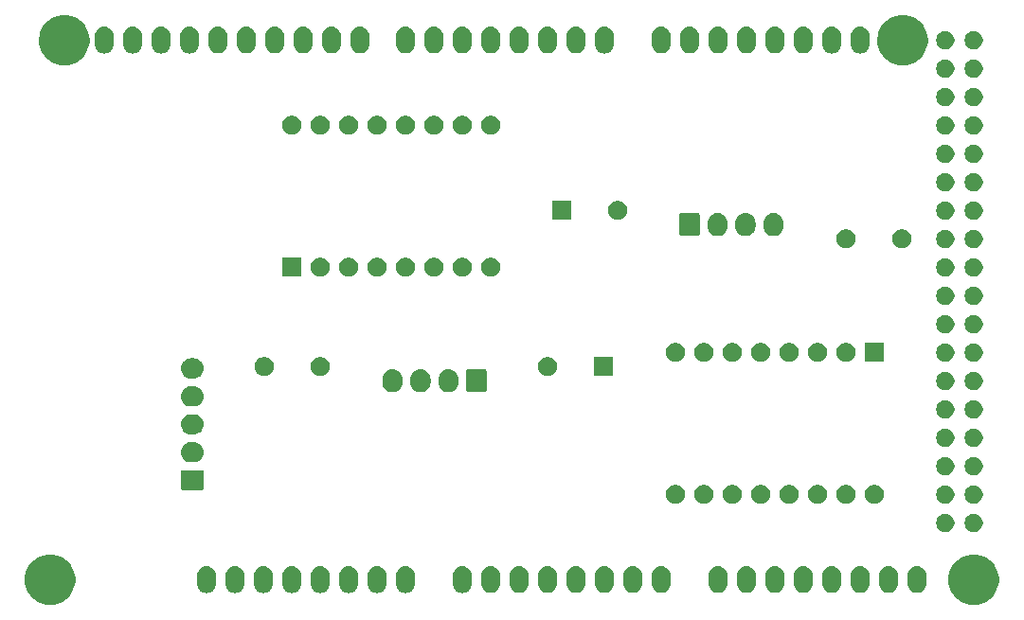
<source format=gbr>
G04 #@! TF.GenerationSoftware,KiCad,Pcbnew,5.1.5-52549c5~84~ubuntu16.04.1*
G04 #@! TF.CreationDate,2019-12-29T21:41:51+01:00*
G04 #@! TF.ProjectId,schema,73636865-6d61-42e6-9b69-6361645f7063,rev?*
G04 #@! TF.SameCoordinates,Original*
G04 #@! TF.FileFunction,Soldermask,Bot*
G04 #@! TF.FilePolarity,Negative*
%FSLAX46Y46*%
G04 Gerber Fmt 4.6, Leading zero omitted, Abs format (unit mm)*
G04 Created by KiCad (PCBNEW 5.1.5-52549c5~84~ubuntu16.04.1) date 2019-12-29 21:41:51*
%MOMM*%
%LPD*%
G04 APERTURE LIST*
%ADD10C,0.100000*%
G04 APERTURE END LIST*
D10*
G36*
X176805880Y-112059776D02*
G01*
X177186593Y-112135504D01*
X177596249Y-112305189D01*
X177964929Y-112551534D01*
X178278466Y-112865071D01*
X178524811Y-113233751D01*
X178694496Y-113643407D01*
X178781000Y-114078296D01*
X178781000Y-114521704D01*
X178694496Y-114956593D01*
X178524811Y-115366249D01*
X178278466Y-115734929D01*
X177964929Y-116048466D01*
X177596249Y-116294811D01*
X177186593Y-116464496D01*
X176805880Y-116540224D01*
X176751705Y-116551000D01*
X176308295Y-116551000D01*
X176254120Y-116540224D01*
X175873407Y-116464496D01*
X175463751Y-116294811D01*
X175095071Y-116048466D01*
X174781534Y-115734929D01*
X174535189Y-115366249D01*
X174365504Y-114956593D01*
X174279000Y-114521704D01*
X174279000Y-114078296D01*
X174365504Y-113643407D01*
X174535189Y-113233751D01*
X174781534Y-112865071D01*
X175095071Y-112551534D01*
X175463751Y-112305189D01*
X175873407Y-112135504D01*
X176254120Y-112059776D01*
X176308295Y-112049000D01*
X176751705Y-112049000D01*
X176805880Y-112059776D01*
G37*
G36*
X94255880Y-112059776D02*
G01*
X94636593Y-112135504D01*
X95046249Y-112305189D01*
X95414929Y-112551534D01*
X95728466Y-112865071D01*
X95974811Y-113233751D01*
X96144496Y-113643407D01*
X96231000Y-114078296D01*
X96231000Y-114521704D01*
X96144496Y-114956593D01*
X95974811Y-115366249D01*
X95728466Y-115734929D01*
X95414929Y-116048466D01*
X95046249Y-116294811D01*
X94636593Y-116464496D01*
X94255880Y-116540224D01*
X94201705Y-116551000D01*
X93758295Y-116551000D01*
X93704120Y-116540224D01*
X93323407Y-116464496D01*
X92913751Y-116294811D01*
X92545071Y-116048466D01*
X92231534Y-115734929D01*
X91985189Y-115366249D01*
X91815504Y-114956593D01*
X91729000Y-114521704D01*
X91729000Y-114078296D01*
X91815504Y-113643407D01*
X91985189Y-113233751D01*
X92231534Y-112865071D01*
X92545071Y-112551534D01*
X92913751Y-112305189D01*
X93323407Y-112135504D01*
X93704120Y-112059776D01*
X93758295Y-112049000D01*
X94201705Y-112049000D01*
X94255880Y-112059776D01*
G37*
G36*
X110654352Y-113130831D02*
G01*
X110812396Y-113178773D01*
X110958042Y-113256623D01*
X111085707Y-113361393D01*
X111180054Y-113476357D01*
X111190477Y-113489057D01*
X111226715Y-113556854D01*
X111268328Y-113634705D01*
X111316269Y-113792747D01*
X111328400Y-113915916D01*
X111328400Y-114709483D01*
X111316269Y-114832653D01*
X111268328Y-114990695D01*
X111226715Y-115068546D01*
X111197265Y-115123644D01*
X111190476Y-115136344D01*
X111085707Y-115264007D01*
X110973519Y-115356076D01*
X110958043Y-115368777D01*
X110890246Y-115405015D01*
X110812395Y-115446628D01*
X110654353Y-115494569D01*
X110490000Y-115510756D01*
X110325648Y-115494569D01*
X110167606Y-115446628D01*
X110089755Y-115405015D01*
X110021958Y-115368777D01*
X110006482Y-115356076D01*
X109894294Y-115264007D01*
X109789525Y-115136344D01*
X109782737Y-115123644D01*
X109763574Y-115087793D01*
X109711671Y-114990692D01*
X109663731Y-114832656D01*
X109651600Y-114709484D01*
X109651600Y-113915917D01*
X109663731Y-113792748D01*
X109711673Y-113634704D01*
X109789523Y-113489058D01*
X109894293Y-113361393D01*
X110021956Y-113256624D01*
X110021955Y-113256624D01*
X110021957Y-113256623D01*
X110089754Y-113220385D01*
X110167605Y-113178772D01*
X110325647Y-113130831D01*
X110490000Y-113114644D01*
X110654352Y-113130831D01*
G37*
G36*
X108114352Y-113130831D02*
G01*
X108272396Y-113178773D01*
X108418042Y-113256623D01*
X108545707Y-113361393D01*
X108640054Y-113476357D01*
X108650477Y-113489057D01*
X108686715Y-113556854D01*
X108728328Y-113634705D01*
X108776269Y-113792747D01*
X108788400Y-113915916D01*
X108788400Y-114709483D01*
X108776269Y-114832653D01*
X108728328Y-114990695D01*
X108686715Y-115068546D01*
X108657265Y-115123644D01*
X108650476Y-115136344D01*
X108545707Y-115264007D01*
X108433519Y-115356076D01*
X108418043Y-115368777D01*
X108350246Y-115405015D01*
X108272395Y-115446628D01*
X108114353Y-115494569D01*
X107950000Y-115510756D01*
X107785648Y-115494569D01*
X107627606Y-115446628D01*
X107549755Y-115405015D01*
X107481958Y-115368777D01*
X107466482Y-115356076D01*
X107354294Y-115264007D01*
X107249525Y-115136344D01*
X107242737Y-115123644D01*
X107223574Y-115087793D01*
X107171671Y-114990692D01*
X107123731Y-114832656D01*
X107111600Y-114709484D01*
X107111600Y-113915917D01*
X107123731Y-113792748D01*
X107171673Y-113634704D01*
X107249523Y-113489058D01*
X107354293Y-113361393D01*
X107481956Y-113256624D01*
X107481955Y-113256624D01*
X107481957Y-113256623D01*
X107549754Y-113220385D01*
X107627605Y-113178772D01*
X107785647Y-113130831D01*
X107950000Y-113114644D01*
X108114352Y-113130831D01*
G37*
G36*
X130974352Y-113130831D02*
G01*
X131132396Y-113178773D01*
X131278042Y-113256623D01*
X131405707Y-113361393D01*
X131500054Y-113476357D01*
X131510477Y-113489057D01*
X131546715Y-113556854D01*
X131588328Y-113634705D01*
X131636269Y-113792747D01*
X131648400Y-113915916D01*
X131648400Y-114709483D01*
X131636269Y-114832653D01*
X131588328Y-114990695D01*
X131546715Y-115068546D01*
X131517265Y-115123644D01*
X131510476Y-115136344D01*
X131405707Y-115264007D01*
X131293519Y-115356076D01*
X131278043Y-115368777D01*
X131210246Y-115405015D01*
X131132395Y-115446628D01*
X130974353Y-115494569D01*
X130810000Y-115510756D01*
X130645648Y-115494569D01*
X130487606Y-115446628D01*
X130409755Y-115405015D01*
X130341958Y-115368777D01*
X130326482Y-115356076D01*
X130214294Y-115264007D01*
X130109525Y-115136344D01*
X130102737Y-115123644D01*
X130083574Y-115087793D01*
X130031671Y-114990692D01*
X129983731Y-114832656D01*
X129971600Y-114709484D01*
X129971600Y-113915917D01*
X129983731Y-113792748D01*
X130031673Y-113634704D01*
X130109523Y-113489058D01*
X130214293Y-113361393D01*
X130341956Y-113256624D01*
X130341955Y-113256624D01*
X130341957Y-113256623D01*
X130409754Y-113220385D01*
X130487605Y-113178772D01*
X130645647Y-113130831D01*
X130810000Y-113114644D01*
X130974352Y-113130831D01*
G37*
G36*
X125894352Y-113130831D02*
G01*
X126052396Y-113178773D01*
X126198042Y-113256623D01*
X126325707Y-113361393D01*
X126420054Y-113476357D01*
X126430477Y-113489057D01*
X126466715Y-113556854D01*
X126508328Y-113634705D01*
X126556269Y-113792747D01*
X126568400Y-113915916D01*
X126568400Y-114709483D01*
X126556269Y-114832653D01*
X126508328Y-114990695D01*
X126466715Y-115068546D01*
X126437265Y-115123644D01*
X126430476Y-115136344D01*
X126325707Y-115264007D01*
X126213519Y-115356076D01*
X126198043Y-115368777D01*
X126130246Y-115405015D01*
X126052395Y-115446628D01*
X125894353Y-115494569D01*
X125730000Y-115510756D01*
X125565648Y-115494569D01*
X125407606Y-115446628D01*
X125329755Y-115405015D01*
X125261958Y-115368777D01*
X125246482Y-115356076D01*
X125134294Y-115264007D01*
X125029525Y-115136344D01*
X125022737Y-115123644D01*
X125003574Y-115087793D01*
X124951671Y-114990692D01*
X124903731Y-114832656D01*
X124891600Y-114709484D01*
X124891600Y-113915917D01*
X124903731Y-113792748D01*
X124951673Y-113634704D01*
X125029523Y-113489058D01*
X125134293Y-113361393D01*
X125261956Y-113256624D01*
X125261955Y-113256624D01*
X125261957Y-113256623D01*
X125329754Y-113220385D01*
X125407605Y-113178772D01*
X125565647Y-113130831D01*
X125730000Y-113114644D01*
X125894352Y-113130831D01*
G37*
G36*
X123354352Y-113130831D02*
G01*
X123512396Y-113178773D01*
X123658042Y-113256623D01*
X123785707Y-113361393D01*
X123880054Y-113476357D01*
X123890477Y-113489057D01*
X123926715Y-113556854D01*
X123968328Y-113634705D01*
X124016269Y-113792747D01*
X124028400Y-113915916D01*
X124028400Y-114709483D01*
X124016269Y-114832653D01*
X123968328Y-114990695D01*
X123926715Y-115068546D01*
X123897265Y-115123644D01*
X123890476Y-115136344D01*
X123785707Y-115264007D01*
X123673519Y-115356076D01*
X123658043Y-115368777D01*
X123590246Y-115405015D01*
X123512395Y-115446628D01*
X123354353Y-115494569D01*
X123190000Y-115510756D01*
X123025648Y-115494569D01*
X122867606Y-115446628D01*
X122789755Y-115405015D01*
X122721958Y-115368777D01*
X122706482Y-115356076D01*
X122594294Y-115264007D01*
X122489525Y-115136344D01*
X122482737Y-115123644D01*
X122463574Y-115087793D01*
X122411671Y-114990692D01*
X122363731Y-114832656D01*
X122351600Y-114709484D01*
X122351600Y-113915917D01*
X122363731Y-113792748D01*
X122411673Y-113634704D01*
X122489523Y-113489058D01*
X122594293Y-113361393D01*
X122721956Y-113256624D01*
X122721955Y-113256624D01*
X122721957Y-113256623D01*
X122789754Y-113220385D01*
X122867605Y-113178772D01*
X123025647Y-113130831D01*
X123190000Y-113114644D01*
X123354352Y-113130831D01*
G37*
G36*
X118274352Y-113130831D02*
G01*
X118432396Y-113178773D01*
X118578042Y-113256623D01*
X118705707Y-113361393D01*
X118800054Y-113476357D01*
X118810477Y-113489057D01*
X118846715Y-113556854D01*
X118888328Y-113634705D01*
X118936269Y-113792747D01*
X118948400Y-113915916D01*
X118948400Y-114709483D01*
X118936269Y-114832653D01*
X118888328Y-114990695D01*
X118846715Y-115068546D01*
X118817265Y-115123644D01*
X118810476Y-115136344D01*
X118705707Y-115264007D01*
X118593519Y-115356076D01*
X118578043Y-115368777D01*
X118510246Y-115405015D01*
X118432395Y-115446628D01*
X118274353Y-115494569D01*
X118110000Y-115510756D01*
X117945648Y-115494569D01*
X117787606Y-115446628D01*
X117709755Y-115405015D01*
X117641958Y-115368777D01*
X117626482Y-115356076D01*
X117514294Y-115264007D01*
X117409525Y-115136344D01*
X117402737Y-115123644D01*
X117383574Y-115087793D01*
X117331671Y-114990692D01*
X117283731Y-114832656D01*
X117271600Y-114709484D01*
X117271600Y-113915917D01*
X117283731Y-113792748D01*
X117331673Y-113634704D01*
X117409523Y-113489058D01*
X117514293Y-113361393D01*
X117641956Y-113256624D01*
X117641955Y-113256624D01*
X117641957Y-113256623D01*
X117709754Y-113220385D01*
X117787605Y-113178772D01*
X117945647Y-113130831D01*
X118110000Y-113114644D01*
X118274352Y-113130831D01*
G37*
G36*
X115734352Y-113130831D02*
G01*
X115892396Y-113178773D01*
X116038042Y-113256623D01*
X116165707Y-113361393D01*
X116260054Y-113476357D01*
X116270477Y-113489057D01*
X116306715Y-113556854D01*
X116348328Y-113634705D01*
X116396269Y-113792747D01*
X116408400Y-113915916D01*
X116408400Y-114709483D01*
X116396269Y-114832653D01*
X116348328Y-114990695D01*
X116306715Y-115068546D01*
X116277265Y-115123644D01*
X116270476Y-115136344D01*
X116165707Y-115264007D01*
X116053519Y-115356076D01*
X116038043Y-115368777D01*
X115970246Y-115405015D01*
X115892395Y-115446628D01*
X115734353Y-115494569D01*
X115570000Y-115510756D01*
X115405648Y-115494569D01*
X115247606Y-115446628D01*
X115169755Y-115405015D01*
X115101958Y-115368777D01*
X115086482Y-115356076D01*
X114974294Y-115264007D01*
X114869525Y-115136344D01*
X114862737Y-115123644D01*
X114843574Y-115087793D01*
X114791671Y-114990692D01*
X114743731Y-114832656D01*
X114731600Y-114709484D01*
X114731600Y-113915917D01*
X114743731Y-113792748D01*
X114791673Y-113634704D01*
X114869523Y-113489058D01*
X114974293Y-113361393D01*
X115101956Y-113256624D01*
X115101955Y-113256624D01*
X115101957Y-113256623D01*
X115169754Y-113220385D01*
X115247605Y-113178772D01*
X115405647Y-113130831D01*
X115570000Y-113114644D01*
X115734352Y-113130831D01*
G37*
G36*
X113194352Y-113130831D02*
G01*
X113352396Y-113178773D01*
X113498042Y-113256623D01*
X113625707Y-113361393D01*
X113720054Y-113476357D01*
X113730477Y-113489057D01*
X113766715Y-113556854D01*
X113808328Y-113634705D01*
X113856269Y-113792747D01*
X113868400Y-113915916D01*
X113868400Y-114709483D01*
X113856269Y-114832653D01*
X113808328Y-114990695D01*
X113766715Y-115068546D01*
X113737265Y-115123644D01*
X113730476Y-115136344D01*
X113625707Y-115264007D01*
X113513519Y-115356076D01*
X113498043Y-115368777D01*
X113430246Y-115405015D01*
X113352395Y-115446628D01*
X113194353Y-115494569D01*
X113030000Y-115510756D01*
X112865648Y-115494569D01*
X112707606Y-115446628D01*
X112629755Y-115405015D01*
X112561958Y-115368777D01*
X112546482Y-115356076D01*
X112434294Y-115264007D01*
X112329525Y-115136344D01*
X112322737Y-115123644D01*
X112303574Y-115087793D01*
X112251671Y-114990692D01*
X112203731Y-114832656D01*
X112191600Y-114709484D01*
X112191600Y-113915917D01*
X112203731Y-113792748D01*
X112251673Y-113634704D01*
X112329523Y-113489058D01*
X112434293Y-113361393D01*
X112561956Y-113256624D01*
X112561955Y-113256624D01*
X112561957Y-113256623D01*
X112629754Y-113220385D01*
X112707605Y-113178772D01*
X112865647Y-113130831D01*
X113030000Y-113114644D01*
X113194352Y-113130831D01*
G37*
G36*
X120814352Y-113130831D02*
G01*
X120972396Y-113178773D01*
X121118042Y-113256623D01*
X121245707Y-113361393D01*
X121340054Y-113476357D01*
X121350477Y-113489057D01*
X121386715Y-113556854D01*
X121428328Y-113634705D01*
X121476269Y-113792747D01*
X121488400Y-113915916D01*
X121488400Y-114709483D01*
X121476269Y-114832653D01*
X121428328Y-114990695D01*
X121386715Y-115068546D01*
X121357265Y-115123644D01*
X121350476Y-115136344D01*
X121245707Y-115264007D01*
X121133519Y-115356076D01*
X121118043Y-115368777D01*
X121050246Y-115405015D01*
X120972395Y-115446628D01*
X120814353Y-115494569D01*
X120650000Y-115510756D01*
X120485648Y-115494569D01*
X120327606Y-115446628D01*
X120249755Y-115405015D01*
X120181958Y-115368777D01*
X120166482Y-115356076D01*
X120054294Y-115264007D01*
X119949525Y-115136344D01*
X119942737Y-115123644D01*
X119923574Y-115087793D01*
X119871671Y-114990692D01*
X119823731Y-114832656D01*
X119811600Y-114709484D01*
X119811600Y-113915917D01*
X119823731Y-113792748D01*
X119871673Y-113634704D01*
X119949523Y-113489058D01*
X120054293Y-113361393D01*
X120181956Y-113256624D01*
X120181955Y-113256624D01*
X120181957Y-113256623D01*
X120249754Y-113220385D01*
X120327605Y-113178772D01*
X120485647Y-113130831D01*
X120650000Y-113114644D01*
X120814352Y-113130831D01*
G37*
G36*
X146214352Y-113118131D02*
G01*
X146372396Y-113166073D01*
X146518042Y-113243923D01*
X146645707Y-113348693D01*
X146741083Y-113464910D01*
X146750477Y-113476357D01*
X146786715Y-113544154D01*
X146828328Y-113622005D01*
X146876269Y-113780047D01*
X146888400Y-113903216D01*
X146888400Y-114696783D01*
X146876269Y-114819953D01*
X146828328Y-114977995D01*
X146750476Y-115123644D01*
X146645707Y-115251307D01*
X146529490Y-115346683D01*
X146518043Y-115356077D01*
X146450246Y-115392315D01*
X146372395Y-115433928D01*
X146214353Y-115481869D01*
X146050000Y-115498056D01*
X145885648Y-115481869D01*
X145727606Y-115433928D01*
X145649755Y-115392315D01*
X145581958Y-115356077D01*
X145570511Y-115346683D01*
X145454294Y-115251307D01*
X145349525Y-115123644D01*
X145271671Y-114977992D01*
X145223731Y-114819956D01*
X145211600Y-114696784D01*
X145211600Y-113903217D01*
X145223731Y-113780048D01*
X145267820Y-113634705D01*
X145271672Y-113622007D01*
X145271673Y-113622004D01*
X145349523Y-113476358D01*
X145454293Y-113348693D01*
X145581956Y-113243924D01*
X145581955Y-113243924D01*
X145581957Y-113243923D01*
X145649754Y-113207685D01*
X145727605Y-113166072D01*
X145885647Y-113118131D01*
X146050000Y-113101944D01*
X146214352Y-113118131D01*
G37*
G36*
X136054352Y-113118131D02*
G01*
X136212396Y-113166073D01*
X136358042Y-113243923D01*
X136485707Y-113348693D01*
X136581083Y-113464910D01*
X136590477Y-113476357D01*
X136626715Y-113544154D01*
X136668328Y-113622005D01*
X136716269Y-113780047D01*
X136728400Y-113903216D01*
X136728400Y-114696783D01*
X136716269Y-114819953D01*
X136668328Y-114977995D01*
X136590476Y-115123644D01*
X136485707Y-115251307D01*
X136369490Y-115346683D01*
X136358043Y-115356077D01*
X136290246Y-115392315D01*
X136212395Y-115433928D01*
X136054353Y-115481869D01*
X135890000Y-115498056D01*
X135725648Y-115481869D01*
X135567606Y-115433928D01*
X135489755Y-115392315D01*
X135421958Y-115356077D01*
X135410511Y-115346683D01*
X135294294Y-115251307D01*
X135189525Y-115123644D01*
X135111671Y-114977992D01*
X135063731Y-114819956D01*
X135051600Y-114696784D01*
X135051600Y-113903217D01*
X135063731Y-113780048D01*
X135107820Y-113634705D01*
X135111672Y-113622007D01*
X135111673Y-113622004D01*
X135189523Y-113476358D01*
X135294293Y-113348693D01*
X135421956Y-113243924D01*
X135421955Y-113243924D01*
X135421957Y-113243923D01*
X135489754Y-113207685D01*
X135567605Y-113166072D01*
X135725647Y-113118131D01*
X135890000Y-113101944D01*
X136054352Y-113118131D01*
G37*
G36*
X141134352Y-113118131D02*
G01*
X141292396Y-113166073D01*
X141438042Y-113243923D01*
X141565707Y-113348693D01*
X141661083Y-113464910D01*
X141670477Y-113476357D01*
X141706715Y-113544154D01*
X141748328Y-113622005D01*
X141796269Y-113780047D01*
X141808400Y-113903216D01*
X141808400Y-114696783D01*
X141796269Y-114819953D01*
X141748328Y-114977995D01*
X141670476Y-115123644D01*
X141565707Y-115251307D01*
X141449490Y-115346683D01*
X141438043Y-115356077D01*
X141370246Y-115392315D01*
X141292395Y-115433928D01*
X141134353Y-115481869D01*
X140970000Y-115498056D01*
X140805648Y-115481869D01*
X140647606Y-115433928D01*
X140569755Y-115392315D01*
X140501958Y-115356077D01*
X140490511Y-115346683D01*
X140374294Y-115251307D01*
X140269525Y-115123644D01*
X140191671Y-114977992D01*
X140143731Y-114819956D01*
X140131600Y-114696784D01*
X140131600Y-113903217D01*
X140143731Y-113780048D01*
X140187820Y-113634705D01*
X140191672Y-113622007D01*
X140191673Y-113622004D01*
X140269523Y-113476358D01*
X140374293Y-113348693D01*
X140501956Y-113243924D01*
X140501955Y-113243924D01*
X140501957Y-113243923D01*
X140569754Y-113207685D01*
X140647605Y-113166072D01*
X140805647Y-113118131D01*
X140970000Y-113101944D01*
X141134352Y-113118131D01*
G37*
G36*
X143674352Y-113118131D02*
G01*
X143832396Y-113166073D01*
X143978042Y-113243923D01*
X144105707Y-113348693D01*
X144201083Y-113464910D01*
X144210477Y-113476357D01*
X144246715Y-113544154D01*
X144288328Y-113622005D01*
X144336269Y-113780047D01*
X144348400Y-113903216D01*
X144348400Y-114696783D01*
X144336269Y-114819953D01*
X144288328Y-114977995D01*
X144210476Y-115123644D01*
X144105707Y-115251307D01*
X143989490Y-115346683D01*
X143978043Y-115356077D01*
X143910246Y-115392315D01*
X143832395Y-115433928D01*
X143674353Y-115481869D01*
X143510000Y-115498056D01*
X143345648Y-115481869D01*
X143187606Y-115433928D01*
X143109755Y-115392315D01*
X143041958Y-115356077D01*
X143030511Y-115346683D01*
X142914294Y-115251307D01*
X142809525Y-115123644D01*
X142731671Y-114977992D01*
X142683731Y-114819956D01*
X142671600Y-114696784D01*
X142671600Y-113903217D01*
X142683731Y-113780048D01*
X142727820Y-113634705D01*
X142731672Y-113622007D01*
X142731673Y-113622004D01*
X142809523Y-113476358D01*
X142914293Y-113348693D01*
X143041956Y-113243924D01*
X143041955Y-113243924D01*
X143041957Y-113243923D01*
X143109754Y-113207685D01*
X143187605Y-113166072D01*
X143345647Y-113118131D01*
X143510000Y-113101944D01*
X143674352Y-113118131D01*
G37*
G36*
X148754352Y-113118131D02*
G01*
X148912396Y-113166073D01*
X149058042Y-113243923D01*
X149185707Y-113348693D01*
X149281083Y-113464910D01*
X149290477Y-113476357D01*
X149326715Y-113544154D01*
X149368328Y-113622005D01*
X149416269Y-113780047D01*
X149428400Y-113903216D01*
X149428400Y-114696783D01*
X149416269Y-114819953D01*
X149368328Y-114977995D01*
X149290476Y-115123644D01*
X149185707Y-115251307D01*
X149069490Y-115346683D01*
X149058043Y-115356077D01*
X148990246Y-115392315D01*
X148912395Y-115433928D01*
X148754353Y-115481869D01*
X148590000Y-115498056D01*
X148425648Y-115481869D01*
X148267606Y-115433928D01*
X148189755Y-115392315D01*
X148121958Y-115356077D01*
X148110511Y-115346683D01*
X147994294Y-115251307D01*
X147889525Y-115123644D01*
X147811671Y-114977992D01*
X147763731Y-114819956D01*
X147751600Y-114696784D01*
X147751600Y-113903217D01*
X147763731Y-113780048D01*
X147807820Y-113634705D01*
X147811672Y-113622007D01*
X147811673Y-113622004D01*
X147889523Y-113476358D01*
X147994293Y-113348693D01*
X148121956Y-113243924D01*
X148121955Y-113243924D01*
X148121957Y-113243923D01*
X148189754Y-113207685D01*
X148267605Y-113166072D01*
X148425647Y-113118131D01*
X148590000Y-113101944D01*
X148754352Y-113118131D01*
G37*
G36*
X153834352Y-113118131D02*
G01*
X153992396Y-113166073D01*
X154138042Y-113243923D01*
X154265707Y-113348693D01*
X154361083Y-113464910D01*
X154370477Y-113476357D01*
X154406715Y-113544154D01*
X154448328Y-113622005D01*
X154496269Y-113780047D01*
X154508400Y-113903216D01*
X154508400Y-114696783D01*
X154496269Y-114819953D01*
X154448328Y-114977995D01*
X154370476Y-115123644D01*
X154265707Y-115251307D01*
X154149490Y-115346683D01*
X154138043Y-115356077D01*
X154070246Y-115392315D01*
X153992395Y-115433928D01*
X153834353Y-115481869D01*
X153670000Y-115498056D01*
X153505648Y-115481869D01*
X153347606Y-115433928D01*
X153269755Y-115392315D01*
X153201958Y-115356077D01*
X153190511Y-115346683D01*
X153074294Y-115251307D01*
X152969525Y-115123644D01*
X152891671Y-114977992D01*
X152843731Y-114819956D01*
X152831600Y-114696784D01*
X152831600Y-113903217D01*
X152843731Y-113780048D01*
X152887820Y-113634705D01*
X152891672Y-113622007D01*
X152891673Y-113622004D01*
X152969523Y-113476358D01*
X153074293Y-113348693D01*
X153201956Y-113243924D01*
X153201955Y-113243924D01*
X153201957Y-113243923D01*
X153269754Y-113207685D01*
X153347605Y-113166072D01*
X153505647Y-113118131D01*
X153670000Y-113101944D01*
X153834352Y-113118131D01*
G37*
G36*
X156374352Y-113118131D02*
G01*
X156532396Y-113166073D01*
X156678042Y-113243923D01*
X156805707Y-113348693D01*
X156901083Y-113464910D01*
X156910477Y-113476357D01*
X156946715Y-113544154D01*
X156988328Y-113622005D01*
X157036269Y-113780047D01*
X157048400Y-113903216D01*
X157048400Y-114696783D01*
X157036269Y-114819953D01*
X156988328Y-114977995D01*
X156910476Y-115123644D01*
X156805707Y-115251307D01*
X156689490Y-115346683D01*
X156678043Y-115356077D01*
X156610246Y-115392315D01*
X156532395Y-115433928D01*
X156374353Y-115481869D01*
X156210000Y-115498056D01*
X156045648Y-115481869D01*
X155887606Y-115433928D01*
X155809755Y-115392315D01*
X155741958Y-115356077D01*
X155730511Y-115346683D01*
X155614294Y-115251307D01*
X155509525Y-115123644D01*
X155431671Y-114977992D01*
X155383731Y-114819956D01*
X155371600Y-114696784D01*
X155371600Y-113903217D01*
X155383731Y-113780048D01*
X155427820Y-113634705D01*
X155431672Y-113622007D01*
X155431673Y-113622004D01*
X155509523Y-113476358D01*
X155614293Y-113348693D01*
X155741956Y-113243924D01*
X155741955Y-113243924D01*
X155741957Y-113243923D01*
X155809754Y-113207685D01*
X155887605Y-113166072D01*
X156045647Y-113118131D01*
X156210000Y-113101944D01*
X156374352Y-113118131D01*
G37*
G36*
X161454352Y-113118131D02*
G01*
X161612396Y-113166073D01*
X161758042Y-113243923D01*
X161885707Y-113348693D01*
X161981083Y-113464910D01*
X161990477Y-113476357D01*
X162026715Y-113544154D01*
X162068328Y-113622005D01*
X162116269Y-113780047D01*
X162128400Y-113903216D01*
X162128400Y-114696783D01*
X162116269Y-114819953D01*
X162068328Y-114977995D01*
X161990476Y-115123644D01*
X161885707Y-115251307D01*
X161769490Y-115346683D01*
X161758043Y-115356077D01*
X161690246Y-115392315D01*
X161612395Y-115433928D01*
X161454353Y-115481869D01*
X161290000Y-115498056D01*
X161125648Y-115481869D01*
X160967606Y-115433928D01*
X160889755Y-115392315D01*
X160821958Y-115356077D01*
X160810511Y-115346683D01*
X160694294Y-115251307D01*
X160589525Y-115123644D01*
X160511671Y-114977992D01*
X160463731Y-114819956D01*
X160451600Y-114696784D01*
X160451600Y-113903217D01*
X160463731Y-113780048D01*
X160507820Y-113634705D01*
X160511672Y-113622007D01*
X160511673Y-113622004D01*
X160589523Y-113476358D01*
X160694293Y-113348693D01*
X160821956Y-113243924D01*
X160821955Y-113243924D01*
X160821957Y-113243923D01*
X160889754Y-113207685D01*
X160967605Y-113166072D01*
X161125647Y-113118131D01*
X161290000Y-113101944D01*
X161454352Y-113118131D01*
G37*
G36*
X163994352Y-113118131D02*
G01*
X164152396Y-113166073D01*
X164298042Y-113243923D01*
X164425707Y-113348693D01*
X164521083Y-113464910D01*
X164530477Y-113476357D01*
X164566715Y-113544154D01*
X164608328Y-113622005D01*
X164656269Y-113780047D01*
X164668400Y-113903216D01*
X164668400Y-114696783D01*
X164656269Y-114819953D01*
X164608328Y-114977995D01*
X164530476Y-115123644D01*
X164425707Y-115251307D01*
X164309490Y-115346683D01*
X164298043Y-115356077D01*
X164230246Y-115392315D01*
X164152395Y-115433928D01*
X163994353Y-115481869D01*
X163830000Y-115498056D01*
X163665648Y-115481869D01*
X163507606Y-115433928D01*
X163429755Y-115392315D01*
X163361958Y-115356077D01*
X163350511Y-115346683D01*
X163234294Y-115251307D01*
X163129525Y-115123644D01*
X163051671Y-114977992D01*
X163003731Y-114819956D01*
X162991600Y-114696784D01*
X162991600Y-113903217D01*
X163003731Y-113780048D01*
X163047820Y-113634705D01*
X163051672Y-113622007D01*
X163051673Y-113622004D01*
X163129523Y-113476358D01*
X163234293Y-113348693D01*
X163361956Y-113243924D01*
X163361955Y-113243924D01*
X163361957Y-113243923D01*
X163429754Y-113207685D01*
X163507605Y-113166072D01*
X163665647Y-113118131D01*
X163830000Y-113101944D01*
X163994352Y-113118131D01*
G37*
G36*
X166534352Y-113118131D02*
G01*
X166692396Y-113166073D01*
X166838042Y-113243923D01*
X166965707Y-113348693D01*
X167061083Y-113464910D01*
X167070477Y-113476357D01*
X167106715Y-113544154D01*
X167148328Y-113622005D01*
X167196269Y-113780047D01*
X167208400Y-113903216D01*
X167208400Y-114696783D01*
X167196269Y-114819953D01*
X167148328Y-114977995D01*
X167070476Y-115123644D01*
X166965707Y-115251307D01*
X166849490Y-115346683D01*
X166838043Y-115356077D01*
X166770246Y-115392315D01*
X166692395Y-115433928D01*
X166534353Y-115481869D01*
X166370000Y-115498056D01*
X166205648Y-115481869D01*
X166047606Y-115433928D01*
X165969755Y-115392315D01*
X165901958Y-115356077D01*
X165890511Y-115346683D01*
X165774294Y-115251307D01*
X165669525Y-115123644D01*
X165591671Y-114977992D01*
X165543731Y-114819956D01*
X165531600Y-114696784D01*
X165531600Y-113903217D01*
X165543731Y-113780048D01*
X165587820Y-113634705D01*
X165591672Y-113622007D01*
X165591673Y-113622004D01*
X165669523Y-113476358D01*
X165774293Y-113348693D01*
X165901956Y-113243924D01*
X165901955Y-113243924D01*
X165901957Y-113243923D01*
X165969754Y-113207685D01*
X166047605Y-113166072D01*
X166205647Y-113118131D01*
X166370000Y-113101944D01*
X166534352Y-113118131D01*
G37*
G36*
X169074352Y-113118131D02*
G01*
X169232396Y-113166073D01*
X169378042Y-113243923D01*
X169505707Y-113348693D01*
X169601083Y-113464910D01*
X169610477Y-113476357D01*
X169646715Y-113544154D01*
X169688328Y-113622005D01*
X169736269Y-113780047D01*
X169748400Y-113903216D01*
X169748400Y-114696783D01*
X169736269Y-114819953D01*
X169688328Y-114977995D01*
X169610476Y-115123644D01*
X169505707Y-115251307D01*
X169389490Y-115346683D01*
X169378043Y-115356077D01*
X169310246Y-115392315D01*
X169232395Y-115433928D01*
X169074353Y-115481869D01*
X168910000Y-115498056D01*
X168745648Y-115481869D01*
X168587606Y-115433928D01*
X168509755Y-115392315D01*
X168441958Y-115356077D01*
X168430511Y-115346683D01*
X168314294Y-115251307D01*
X168209525Y-115123644D01*
X168131671Y-114977992D01*
X168083731Y-114819956D01*
X168071600Y-114696784D01*
X168071600Y-113903217D01*
X168083731Y-113780048D01*
X168127820Y-113634705D01*
X168131672Y-113622007D01*
X168131673Y-113622004D01*
X168209523Y-113476358D01*
X168314293Y-113348693D01*
X168441956Y-113243924D01*
X168441955Y-113243924D01*
X168441957Y-113243923D01*
X168509754Y-113207685D01*
X168587605Y-113166072D01*
X168745647Y-113118131D01*
X168910000Y-113101944D01*
X169074352Y-113118131D01*
G37*
G36*
X171614352Y-113118131D02*
G01*
X171772396Y-113166073D01*
X171918042Y-113243923D01*
X172045707Y-113348693D01*
X172141083Y-113464910D01*
X172150477Y-113476357D01*
X172186715Y-113544154D01*
X172228328Y-113622005D01*
X172276269Y-113780047D01*
X172288400Y-113903216D01*
X172288400Y-114696783D01*
X172276269Y-114819953D01*
X172228328Y-114977995D01*
X172150476Y-115123644D01*
X172045707Y-115251307D01*
X171929490Y-115346683D01*
X171918043Y-115356077D01*
X171850246Y-115392315D01*
X171772395Y-115433928D01*
X171614353Y-115481869D01*
X171450000Y-115498056D01*
X171285648Y-115481869D01*
X171127606Y-115433928D01*
X171049755Y-115392315D01*
X170981958Y-115356077D01*
X170970511Y-115346683D01*
X170854294Y-115251307D01*
X170749525Y-115123644D01*
X170671671Y-114977992D01*
X170623731Y-114819956D01*
X170611600Y-114696784D01*
X170611600Y-113903217D01*
X170623731Y-113780048D01*
X170667820Y-113634705D01*
X170671672Y-113622007D01*
X170671673Y-113622004D01*
X170749523Y-113476358D01*
X170854293Y-113348693D01*
X170981956Y-113243924D01*
X170981955Y-113243924D01*
X170981957Y-113243923D01*
X171049754Y-113207685D01*
X171127605Y-113166072D01*
X171285647Y-113118131D01*
X171450000Y-113101944D01*
X171614352Y-113118131D01*
G37*
G36*
X138594352Y-113118131D02*
G01*
X138752396Y-113166073D01*
X138898042Y-113243923D01*
X139025707Y-113348693D01*
X139121083Y-113464910D01*
X139130477Y-113476357D01*
X139166715Y-113544154D01*
X139208328Y-113622005D01*
X139256269Y-113780047D01*
X139268400Y-113903216D01*
X139268400Y-114696783D01*
X139256269Y-114819953D01*
X139208328Y-114977995D01*
X139130476Y-115123644D01*
X139025707Y-115251307D01*
X138909490Y-115346683D01*
X138898043Y-115356077D01*
X138830246Y-115392315D01*
X138752395Y-115433928D01*
X138594353Y-115481869D01*
X138430000Y-115498056D01*
X138265648Y-115481869D01*
X138107606Y-115433928D01*
X138029755Y-115392315D01*
X137961958Y-115356077D01*
X137950511Y-115346683D01*
X137834294Y-115251307D01*
X137729525Y-115123644D01*
X137651671Y-114977992D01*
X137603731Y-114819956D01*
X137591600Y-114696784D01*
X137591600Y-113903217D01*
X137603731Y-113780048D01*
X137647820Y-113634705D01*
X137651672Y-113622007D01*
X137651673Y-113622004D01*
X137729523Y-113476358D01*
X137834293Y-113348693D01*
X137961956Y-113243924D01*
X137961955Y-113243924D01*
X137961957Y-113243923D01*
X138029754Y-113207685D01*
X138107605Y-113166072D01*
X138265647Y-113118131D01*
X138430000Y-113101944D01*
X138594352Y-113118131D01*
G37*
G36*
X133514352Y-113118131D02*
G01*
X133672396Y-113166073D01*
X133818042Y-113243923D01*
X133945707Y-113348693D01*
X134041083Y-113464910D01*
X134050477Y-113476357D01*
X134086715Y-113544154D01*
X134128328Y-113622005D01*
X134176269Y-113780047D01*
X134188400Y-113903216D01*
X134188400Y-114696783D01*
X134176269Y-114819953D01*
X134128328Y-114977995D01*
X134050476Y-115123644D01*
X133945707Y-115251307D01*
X133829490Y-115346683D01*
X133818043Y-115356077D01*
X133750246Y-115392315D01*
X133672395Y-115433928D01*
X133514353Y-115481869D01*
X133350000Y-115498056D01*
X133185648Y-115481869D01*
X133027606Y-115433928D01*
X132949755Y-115392315D01*
X132881958Y-115356077D01*
X132870511Y-115346683D01*
X132754294Y-115251307D01*
X132649525Y-115123644D01*
X132571671Y-114977992D01*
X132523731Y-114819956D01*
X132511600Y-114696784D01*
X132511600Y-113903217D01*
X132523731Y-113780048D01*
X132567820Y-113634705D01*
X132571672Y-113622007D01*
X132571673Y-113622004D01*
X132649523Y-113476358D01*
X132754293Y-113348693D01*
X132881956Y-113243924D01*
X132881955Y-113243924D01*
X132881957Y-113243923D01*
X132949754Y-113207685D01*
X133027605Y-113166072D01*
X133185647Y-113118131D01*
X133350000Y-113101944D01*
X133514352Y-113118131D01*
G37*
G36*
X158914352Y-113118131D02*
G01*
X159072396Y-113166073D01*
X159218042Y-113243923D01*
X159345707Y-113348693D01*
X159441083Y-113464910D01*
X159450477Y-113476357D01*
X159486715Y-113544154D01*
X159528328Y-113622005D01*
X159576269Y-113780047D01*
X159588400Y-113903216D01*
X159588400Y-114696783D01*
X159576269Y-114819953D01*
X159528328Y-114977995D01*
X159450476Y-115123644D01*
X159345707Y-115251307D01*
X159229490Y-115346683D01*
X159218043Y-115356077D01*
X159150246Y-115392315D01*
X159072395Y-115433928D01*
X158914353Y-115481869D01*
X158750000Y-115498056D01*
X158585648Y-115481869D01*
X158427606Y-115433928D01*
X158349755Y-115392315D01*
X158281958Y-115356077D01*
X158270511Y-115346683D01*
X158154294Y-115251307D01*
X158049525Y-115123644D01*
X157971671Y-114977992D01*
X157923731Y-114819956D01*
X157911600Y-114696784D01*
X157911600Y-113903217D01*
X157923731Y-113780048D01*
X157967820Y-113634705D01*
X157971672Y-113622007D01*
X157971673Y-113622004D01*
X158049523Y-113476358D01*
X158154293Y-113348693D01*
X158281956Y-113243924D01*
X158281955Y-113243924D01*
X158281957Y-113243923D01*
X158349754Y-113207685D01*
X158427605Y-113166072D01*
X158585647Y-113118131D01*
X158750000Y-113101944D01*
X158914352Y-113118131D01*
G37*
G36*
X176767142Y-108450942D02*
G01*
X176915101Y-108512229D01*
X177048255Y-108601199D01*
X177161501Y-108714445D01*
X177250471Y-108847599D01*
X177311758Y-108995558D01*
X177343000Y-109152625D01*
X177343000Y-109312775D01*
X177311758Y-109469842D01*
X177250471Y-109617801D01*
X177161501Y-109750955D01*
X177048255Y-109864201D01*
X176915101Y-109953171D01*
X176767142Y-110014458D01*
X176610075Y-110045700D01*
X176449925Y-110045700D01*
X176292858Y-110014458D01*
X176144899Y-109953171D01*
X176011745Y-109864201D01*
X175898499Y-109750955D01*
X175809529Y-109617801D01*
X175748242Y-109469842D01*
X175717000Y-109312775D01*
X175717000Y-109152625D01*
X175748242Y-108995558D01*
X175809529Y-108847599D01*
X175898499Y-108714445D01*
X176011745Y-108601199D01*
X176144899Y-108512229D01*
X176292858Y-108450942D01*
X176449925Y-108419700D01*
X176610075Y-108419700D01*
X176767142Y-108450942D01*
G37*
G36*
X174227142Y-108450942D02*
G01*
X174375101Y-108512229D01*
X174508255Y-108601199D01*
X174621501Y-108714445D01*
X174710471Y-108847599D01*
X174771758Y-108995558D01*
X174803000Y-109152625D01*
X174803000Y-109312775D01*
X174771758Y-109469842D01*
X174710471Y-109617801D01*
X174621501Y-109750955D01*
X174508255Y-109864201D01*
X174375101Y-109953171D01*
X174227142Y-110014458D01*
X174070075Y-110045700D01*
X173909925Y-110045700D01*
X173752858Y-110014458D01*
X173604899Y-109953171D01*
X173471745Y-109864201D01*
X173358499Y-109750955D01*
X173269529Y-109617801D01*
X173208242Y-109469842D01*
X173177000Y-109312775D01*
X173177000Y-109152625D01*
X173208242Y-108995558D01*
X173269529Y-108847599D01*
X173358499Y-108714445D01*
X173471745Y-108601199D01*
X173604899Y-108512229D01*
X173752858Y-108450942D01*
X173909925Y-108419700D01*
X174070075Y-108419700D01*
X174227142Y-108450942D01*
G37*
G36*
X167888228Y-105861703D02*
G01*
X168043100Y-105925853D01*
X168182481Y-106018985D01*
X168301015Y-106137519D01*
X168394147Y-106276900D01*
X168458297Y-106431772D01*
X168491000Y-106596184D01*
X168491000Y-106763816D01*
X168458297Y-106928228D01*
X168394147Y-107083100D01*
X168301015Y-107222481D01*
X168182481Y-107341015D01*
X168043100Y-107434147D01*
X167888228Y-107498297D01*
X167723816Y-107531000D01*
X167556184Y-107531000D01*
X167391772Y-107498297D01*
X167236900Y-107434147D01*
X167097519Y-107341015D01*
X166978985Y-107222481D01*
X166885853Y-107083100D01*
X166821703Y-106928228D01*
X166789000Y-106763816D01*
X166789000Y-106596184D01*
X166821703Y-106431772D01*
X166885853Y-106276900D01*
X166978985Y-106137519D01*
X167097519Y-106018985D01*
X167236900Y-105925853D01*
X167391772Y-105861703D01*
X167556184Y-105829000D01*
X167723816Y-105829000D01*
X167888228Y-105861703D01*
G37*
G36*
X165348228Y-105861703D02*
G01*
X165503100Y-105925853D01*
X165642481Y-106018985D01*
X165761015Y-106137519D01*
X165854147Y-106276900D01*
X165918297Y-106431772D01*
X165951000Y-106596184D01*
X165951000Y-106763816D01*
X165918297Y-106928228D01*
X165854147Y-107083100D01*
X165761015Y-107222481D01*
X165642481Y-107341015D01*
X165503100Y-107434147D01*
X165348228Y-107498297D01*
X165183816Y-107531000D01*
X165016184Y-107531000D01*
X164851772Y-107498297D01*
X164696900Y-107434147D01*
X164557519Y-107341015D01*
X164438985Y-107222481D01*
X164345853Y-107083100D01*
X164281703Y-106928228D01*
X164249000Y-106763816D01*
X164249000Y-106596184D01*
X164281703Y-106431772D01*
X164345853Y-106276900D01*
X164438985Y-106137519D01*
X164557519Y-106018985D01*
X164696900Y-105925853D01*
X164851772Y-105861703D01*
X165016184Y-105829000D01*
X165183816Y-105829000D01*
X165348228Y-105861703D01*
G37*
G36*
X150108228Y-105861703D02*
G01*
X150263100Y-105925853D01*
X150402481Y-106018985D01*
X150521015Y-106137519D01*
X150614147Y-106276900D01*
X150678297Y-106431772D01*
X150711000Y-106596184D01*
X150711000Y-106763816D01*
X150678297Y-106928228D01*
X150614147Y-107083100D01*
X150521015Y-107222481D01*
X150402481Y-107341015D01*
X150263100Y-107434147D01*
X150108228Y-107498297D01*
X149943816Y-107531000D01*
X149776184Y-107531000D01*
X149611772Y-107498297D01*
X149456900Y-107434147D01*
X149317519Y-107341015D01*
X149198985Y-107222481D01*
X149105853Y-107083100D01*
X149041703Y-106928228D01*
X149009000Y-106763816D01*
X149009000Y-106596184D01*
X149041703Y-106431772D01*
X149105853Y-106276900D01*
X149198985Y-106137519D01*
X149317519Y-106018985D01*
X149456900Y-105925853D01*
X149611772Y-105861703D01*
X149776184Y-105829000D01*
X149943816Y-105829000D01*
X150108228Y-105861703D01*
G37*
G36*
X152648228Y-105861703D02*
G01*
X152803100Y-105925853D01*
X152942481Y-106018985D01*
X153061015Y-106137519D01*
X153154147Y-106276900D01*
X153218297Y-106431772D01*
X153251000Y-106596184D01*
X153251000Y-106763816D01*
X153218297Y-106928228D01*
X153154147Y-107083100D01*
X153061015Y-107222481D01*
X152942481Y-107341015D01*
X152803100Y-107434147D01*
X152648228Y-107498297D01*
X152483816Y-107531000D01*
X152316184Y-107531000D01*
X152151772Y-107498297D01*
X151996900Y-107434147D01*
X151857519Y-107341015D01*
X151738985Y-107222481D01*
X151645853Y-107083100D01*
X151581703Y-106928228D01*
X151549000Y-106763816D01*
X151549000Y-106596184D01*
X151581703Y-106431772D01*
X151645853Y-106276900D01*
X151738985Y-106137519D01*
X151857519Y-106018985D01*
X151996900Y-105925853D01*
X152151772Y-105861703D01*
X152316184Y-105829000D01*
X152483816Y-105829000D01*
X152648228Y-105861703D01*
G37*
G36*
X155188228Y-105861703D02*
G01*
X155343100Y-105925853D01*
X155482481Y-106018985D01*
X155601015Y-106137519D01*
X155694147Y-106276900D01*
X155758297Y-106431772D01*
X155791000Y-106596184D01*
X155791000Y-106763816D01*
X155758297Y-106928228D01*
X155694147Y-107083100D01*
X155601015Y-107222481D01*
X155482481Y-107341015D01*
X155343100Y-107434147D01*
X155188228Y-107498297D01*
X155023816Y-107531000D01*
X154856184Y-107531000D01*
X154691772Y-107498297D01*
X154536900Y-107434147D01*
X154397519Y-107341015D01*
X154278985Y-107222481D01*
X154185853Y-107083100D01*
X154121703Y-106928228D01*
X154089000Y-106763816D01*
X154089000Y-106596184D01*
X154121703Y-106431772D01*
X154185853Y-106276900D01*
X154278985Y-106137519D01*
X154397519Y-106018985D01*
X154536900Y-105925853D01*
X154691772Y-105861703D01*
X154856184Y-105829000D01*
X155023816Y-105829000D01*
X155188228Y-105861703D01*
G37*
G36*
X162808228Y-105861703D02*
G01*
X162963100Y-105925853D01*
X163102481Y-106018985D01*
X163221015Y-106137519D01*
X163314147Y-106276900D01*
X163378297Y-106431772D01*
X163411000Y-106596184D01*
X163411000Y-106763816D01*
X163378297Y-106928228D01*
X163314147Y-107083100D01*
X163221015Y-107222481D01*
X163102481Y-107341015D01*
X162963100Y-107434147D01*
X162808228Y-107498297D01*
X162643816Y-107531000D01*
X162476184Y-107531000D01*
X162311772Y-107498297D01*
X162156900Y-107434147D01*
X162017519Y-107341015D01*
X161898985Y-107222481D01*
X161805853Y-107083100D01*
X161741703Y-106928228D01*
X161709000Y-106763816D01*
X161709000Y-106596184D01*
X161741703Y-106431772D01*
X161805853Y-106276900D01*
X161898985Y-106137519D01*
X162017519Y-106018985D01*
X162156900Y-105925853D01*
X162311772Y-105861703D01*
X162476184Y-105829000D01*
X162643816Y-105829000D01*
X162808228Y-105861703D01*
G37*
G36*
X160268228Y-105861703D02*
G01*
X160423100Y-105925853D01*
X160562481Y-106018985D01*
X160681015Y-106137519D01*
X160774147Y-106276900D01*
X160838297Y-106431772D01*
X160871000Y-106596184D01*
X160871000Y-106763816D01*
X160838297Y-106928228D01*
X160774147Y-107083100D01*
X160681015Y-107222481D01*
X160562481Y-107341015D01*
X160423100Y-107434147D01*
X160268228Y-107498297D01*
X160103816Y-107531000D01*
X159936184Y-107531000D01*
X159771772Y-107498297D01*
X159616900Y-107434147D01*
X159477519Y-107341015D01*
X159358985Y-107222481D01*
X159265853Y-107083100D01*
X159201703Y-106928228D01*
X159169000Y-106763816D01*
X159169000Y-106596184D01*
X159201703Y-106431772D01*
X159265853Y-106276900D01*
X159358985Y-106137519D01*
X159477519Y-106018985D01*
X159616900Y-105925853D01*
X159771772Y-105861703D01*
X159936184Y-105829000D01*
X160103816Y-105829000D01*
X160268228Y-105861703D01*
G37*
G36*
X157728228Y-105861703D02*
G01*
X157883100Y-105925853D01*
X158022481Y-106018985D01*
X158141015Y-106137519D01*
X158234147Y-106276900D01*
X158298297Y-106431772D01*
X158331000Y-106596184D01*
X158331000Y-106763816D01*
X158298297Y-106928228D01*
X158234147Y-107083100D01*
X158141015Y-107222481D01*
X158022481Y-107341015D01*
X157883100Y-107434147D01*
X157728228Y-107498297D01*
X157563816Y-107531000D01*
X157396184Y-107531000D01*
X157231772Y-107498297D01*
X157076900Y-107434147D01*
X156937519Y-107341015D01*
X156818985Y-107222481D01*
X156725853Y-107083100D01*
X156661703Y-106928228D01*
X156629000Y-106763816D01*
X156629000Y-106596184D01*
X156661703Y-106431772D01*
X156725853Y-106276900D01*
X156818985Y-106137519D01*
X156937519Y-106018985D01*
X157076900Y-105925853D01*
X157231772Y-105861703D01*
X157396184Y-105829000D01*
X157563816Y-105829000D01*
X157728228Y-105861703D01*
G37*
G36*
X174227142Y-105910942D02*
G01*
X174375101Y-105972229D01*
X174508255Y-106061199D01*
X174621501Y-106174445D01*
X174710471Y-106307599D01*
X174771758Y-106455558D01*
X174803000Y-106612625D01*
X174803000Y-106772775D01*
X174771758Y-106929842D01*
X174710471Y-107077801D01*
X174621501Y-107210955D01*
X174508255Y-107324201D01*
X174375101Y-107413171D01*
X174227142Y-107474458D01*
X174070075Y-107505700D01*
X173909925Y-107505700D01*
X173752858Y-107474458D01*
X173604899Y-107413171D01*
X173471745Y-107324201D01*
X173358499Y-107210955D01*
X173269529Y-107077801D01*
X173208242Y-106929842D01*
X173177000Y-106772775D01*
X173177000Y-106612625D01*
X173208242Y-106455558D01*
X173269529Y-106307599D01*
X173358499Y-106174445D01*
X173471745Y-106061199D01*
X173604899Y-105972229D01*
X173752858Y-105910942D01*
X173909925Y-105879700D01*
X174070075Y-105879700D01*
X174227142Y-105910942D01*
G37*
G36*
X176767142Y-105910942D02*
G01*
X176915101Y-105972229D01*
X177048255Y-106061199D01*
X177161501Y-106174445D01*
X177250471Y-106307599D01*
X177311758Y-106455558D01*
X177343000Y-106612625D01*
X177343000Y-106772775D01*
X177311758Y-106929842D01*
X177250471Y-107077801D01*
X177161501Y-107210955D01*
X177048255Y-107324201D01*
X176915101Y-107413171D01*
X176767142Y-107474458D01*
X176610075Y-107505700D01*
X176449925Y-107505700D01*
X176292858Y-107474458D01*
X176144899Y-107413171D01*
X176011745Y-107324201D01*
X175898499Y-107210955D01*
X175809529Y-107077801D01*
X175748242Y-106929842D01*
X175717000Y-106772775D01*
X175717000Y-106612625D01*
X175748242Y-106455558D01*
X175809529Y-106307599D01*
X175898499Y-106174445D01*
X176011745Y-106061199D01*
X176144899Y-105972229D01*
X176292858Y-105910942D01*
X176449925Y-105879700D01*
X176610075Y-105879700D01*
X176767142Y-105910942D01*
G37*
G36*
X107563600Y-104512989D02*
G01*
X107596652Y-104523015D01*
X107627103Y-104539292D01*
X107653799Y-104561201D01*
X107675708Y-104587897D01*
X107691985Y-104618348D01*
X107702011Y-104651400D01*
X107706000Y-104691903D01*
X107706000Y-106128097D01*
X107702011Y-106168600D01*
X107691985Y-106201652D01*
X107675708Y-106232103D01*
X107653799Y-106258799D01*
X107627103Y-106280708D01*
X107596652Y-106296985D01*
X107563600Y-106307011D01*
X107523097Y-106311000D01*
X105836903Y-106311000D01*
X105796400Y-106307011D01*
X105763348Y-106296985D01*
X105732897Y-106280708D01*
X105706201Y-106258799D01*
X105684292Y-106232103D01*
X105668015Y-106201652D01*
X105657989Y-106168600D01*
X105654000Y-106128097D01*
X105654000Y-104691903D01*
X105657989Y-104651400D01*
X105668015Y-104618348D01*
X105684292Y-104587897D01*
X105706201Y-104561201D01*
X105732897Y-104539292D01*
X105763348Y-104523015D01*
X105796400Y-104512989D01*
X105836903Y-104509000D01*
X107523097Y-104509000D01*
X107563600Y-104512989D01*
G37*
G36*
X176767142Y-103370942D02*
G01*
X176915101Y-103432229D01*
X177048255Y-103521199D01*
X177161501Y-103634445D01*
X177250471Y-103767599D01*
X177311758Y-103915558D01*
X177343000Y-104072625D01*
X177343000Y-104232775D01*
X177311758Y-104389842D01*
X177250471Y-104537801D01*
X177161501Y-104670955D01*
X177048255Y-104784201D01*
X176915101Y-104873171D01*
X176767142Y-104934458D01*
X176610075Y-104965700D01*
X176449925Y-104965700D01*
X176292858Y-104934458D01*
X176144899Y-104873171D01*
X176011745Y-104784201D01*
X175898499Y-104670955D01*
X175809529Y-104537801D01*
X175748242Y-104389842D01*
X175717000Y-104232775D01*
X175717000Y-104072625D01*
X175748242Y-103915558D01*
X175809529Y-103767599D01*
X175898499Y-103634445D01*
X176011745Y-103521199D01*
X176144899Y-103432229D01*
X176292858Y-103370942D01*
X176449925Y-103339700D01*
X176610075Y-103339700D01*
X176767142Y-103370942D01*
G37*
G36*
X174227142Y-103370942D02*
G01*
X174375101Y-103432229D01*
X174508255Y-103521199D01*
X174621501Y-103634445D01*
X174710471Y-103767599D01*
X174771758Y-103915558D01*
X174803000Y-104072625D01*
X174803000Y-104232775D01*
X174771758Y-104389842D01*
X174710471Y-104537801D01*
X174621501Y-104670955D01*
X174508255Y-104784201D01*
X174375101Y-104873171D01*
X174227142Y-104934458D01*
X174070075Y-104965700D01*
X173909925Y-104965700D01*
X173752858Y-104934458D01*
X173604899Y-104873171D01*
X173471745Y-104784201D01*
X173358499Y-104670955D01*
X173269529Y-104537801D01*
X173208242Y-104389842D01*
X173177000Y-104232775D01*
X173177000Y-104072625D01*
X173208242Y-103915558D01*
X173269529Y-103767599D01*
X173358499Y-103634445D01*
X173471745Y-103521199D01*
X173604899Y-103432229D01*
X173752858Y-103370942D01*
X173909925Y-103339700D01*
X174070075Y-103339700D01*
X174227142Y-103370942D01*
G37*
G36*
X106915443Y-102015519D02*
G01*
X106981627Y-102022037D01*
X107151466Y-102073557D01*
X107307991Y-102157222D01*
X107343729Y-102186552D01*
X107445186Y-102269814D01*
X107528448Y-102371271D01*
X107557778Y-102407009D01*
X107641443Y-102563534D01*
X107692963Y-102733373D01*
X107710359Y-102910000D01*
X107692963Y-103086627D01*
X107641443Y-103256466D01*
X107557778Y-103412991D01*
X107528448Y-103448729D01*
X107445186Y-103550186D01*
X107343729Y-103633448D01*
X107307991Y-103662778D01*
X107151466Y-103746443D01*
X106981627Y-103797963D01*
X106915443Y-103804481D01*
X106849260Y-103811000D01*
X106510740Y-103811000D01*
X106444558Y-103804482D01*
X106378373Y-103797963D01*
X106208534Y-103746443D01*
X106052009Y-103662778D01*
X106016271Y-103633448D01*
X105914814Y-103550186D01*
X105831552Y-103448729D01*
X105802222Y-103412991D01*
X105718557Y-103256466D01*
X105667037Y-103086627D01*
X105649641Y-102910000D01*
X105667037Y-102733373D01*
X105718557Y-102563534D01*
X105802222Y-102407009D01*
X105831552Y-102371271D01*
X105914814Y-102269814D01*
X106016271Y-102186552D01*
X106052009Y-102157222D01*
X106208534Y-102073557D01*
X106378373Y-102022037D01*
X106444557Y-102015519D01*
X106510740Y-102009000D01*
X106849260Y-102009000D01*
X106915443Y-102015519D01*
G37*
G36*
X176767142Y-100830942D02*
G01*
X176915101Y-100892229D01*
X177048255Y-100981199D01*
X177161501Y-101094445D01*
X177250471Y-101227599D01*
X177311758Y-101375558D01*
X177343000Y-101532625D01*
X177343000Y-101692775D01*
X177311758Y-101849842D01*
X177250471Y-101997801D01*
X177161501Y-102130955D01*
X177048255Y-102244201D01*
X176915101Y-102333171D01*
X176767142Y-102394458D01*
X176610075Y-102425700D01*
X176449925Y-102425700D01*
X176292858Y-102394458D01*
X176144899Y-102333171D01*
X176011745Y-102244201D01*
X175898499Y-102130955D01*
X175809529Y-101997801D01*
X175748242Y-101849842D01*
X175717000Y-101692775D01*
X175717000Y-101532625D01*
X175748242Y-101375558D01*
X175809529Y-101227599D01*
X175898499Y-101094445D01*
X176011745Y-100981199D01*
X176144899Y-100892229D01*
X176292858Y-100830942D01*
X176449925Y-100799700D01*
X176610075Y-100799700D01*
X176767142Y-100830942D01*
G37*
G36*
X174227142Y-100830942D02*
G01*
X174375101Y-100892229D01*
X174508255Y-100981199D01*
X174621501Y-101094445D01*
X174710471Y-101227599D01*
X174771758Y-101375558D01*
X174803000Y-101532625D01*
X174803000Y-101692775D01*
X174771758Y-101849842D01*
X174710471Y-101997801D01*
X174621501Y-102130955D01*
X174508255Y-102244201D01*
X174375101Y-102333171D01*
X174227142Y-102394458D01*
X174070075Y-102425700D01*
X173909925Y-102425700D01*
X173752858Y-102394458D01*
X173604899Y-102333171D01*
X173471745Y-102244201D01*
X173358499Y-102130955D01*
X173269529Y-101997801D01*
X173208242Y-101849842D01*
X173177000Y-101692775D01*
X173177000Y-101532625D01*
X173208242Y-101375558D01*
X173269529Y-101227599D01*
X173358499Y-101094445D01*
X173471745Y-100981199D01*
X173604899Y-100892229D01*
X173752858Y-100830942D01*
X173909925Y-100799700D01*
X174070075Y-100799700D01*
X174227142Y-100830942D01*
G37*
G36*
X106915443Y-99515519D02*
G01*
X106981627Y-99522037D01*
X107151466Y-99573557D01*
X107307991Y-99657222D01*
X107343729Y-99686552D01*
X107445186Y-99769814D01*
X107528448Y-99871271D01*
X107557778Y-99907009D01*
X107641443Y-100063534D01*
X107692963Y-100233373D01*
X107710359Y-100410000D01*
X107692963Y-100586627D01*
X107641443Y-100756466D01*
X107557778Y-100912991D01*
X107528448Y-100948729D01*
X107445186Y-101050186D01*
X107343729Y-101133448D01*
X107307991Y-101162778D01*
X107151466Y-101246443D01*
X106981627Y-101297963D01*
X106915442Y-101304482D01*
X106849260Y-101311000D01*
X106510740Y-101311000D01*
X106444558Y-101304482D01*
X106378373Y-101297963D01*
X106208534Y-101246443D01*
X106052009Y-101162778D01*
X106016271Y-101133448D01*
X105914814Y-101050186D01*
X105831552Y-100948729D01*
X105802222Y-100912991D01*
X105718557Y-100756466D01*
X105667037Y-100586627D01*
X105649641Y-100410000D01*
X105667037Y-100233373D01*
X105718557Y-100063534D01*
X105802222Y-99907009D01*
X105831552Y-99871271D01*
X105914814Y-99769814D01*
X106016271Y-99686552D01*
X106052009Y-99657222D01*
X106208534Y-99573557D01*
X106378373Y-99522037D01*
X106444557Y-99515519D01*
X106510740Y-99509000D01*
X106849260Y-99509000D01*
X106915443Y-99515519D01*
G37*
G36*
X174227142Y-98290942D02*
G01*
X174375101Y-98352229D01*
X174508255Y-98441199D01*
X174621501Y-98554445D01*
X174710471Y-98687599D01*
X174771758Y-98835558D01*
X174803000Y-98992625D01*
X174803000Y-99152775D01*
X174771758Y-99309842D01*
X174710471Y-99457801D01*
X174621501Y-99590955D01*
X174508255Y-99704201D01*
X174375101Y-99793171D01*
X174227142Y-99854458D01*
X174070075Y-99885700D01*
X173909925Y-99885700D01*
X173752858Y-99854458D01*
X173604899Y-99793171D01*
X173471745Y-99704201D01*
X173358499Y-99590955D01*
X173269529Y-99457801D01*
X173208242Y-99309842D01*
X173177000Y-99152775D01*
X173177000Y-98992625D01*
X173208242Y-98835558D01*
X173269529Y-98687599D01*
X173358499Y-98554445D01*
X173471745Y-98441199D01*
X173604899Y-98352229D01*
X173752858Y-98290942D01*
X173909925Y-98259700D01*
X174070075Y-98259700D01*
X174227142Y-98290942D01*
G37*
G36*
X176767142Y-98290942D02*
G01*
X176915101Y-98352229D01*
X177048255Y-98441199D01*
X177161501Y-98554445D01*
X177250471Y-98687599D01*
X177311758Y-98835558D01*
X177343000Y-98992625D01*
X177343000Y-99152775D01*
X177311758Y-99309842D01*
X177250471Y-99457801D01*
X177161501Y-99590955D01*
X177048255Y-99704201D01*
X176915101Y-99793171D01*
X176767142Y-99854458D01*
X176610075Y-99885700D01*
X176449925Y-99885700D01*
X176292858Y-99854458D01*
X176144899Y-99793171D01*
X176011745Y-99704201D01*
X175898499Y-99590955D01*
X175809529Y-99457801D01*
X175748242Y-99309842D01*
X175717000Y-99152775D01*
X175717000Y-98992625D01*
X175748242Y-98835558D01*
X175809529Y-98687599D01*
X175898499Y-98554445D01*
X176011745Y-98441199D01*
X176144899Y-98352229D01*
X176292858Y-98290942D01*
X176449925Y-98259700D01*
X176610075Y-98259700D01*
X176767142Y-98290942D01*
G37*
G36*
X106915442Y-97015518D02*
G01*
X106981627Y-97022037D01*
X107151466Y-97073557D01*
X107307991Y-97157222D01*
X107343729Y-97186552D01*
X107445186Y-97269814D01*
X107507463Y-97345700D01*
X107557778Y-97407009D01*
X107641443Y-97563534D01*
X107692963Y-97733373D01*
X107710359Y-97910000D01*
X107692963Y-98086627D01*
X107641443Y-98256466D01*
X107557778Y-98412991D01*
X107534628Y-98441199D01*
X107445186Y-98550186D01*
X107343729Y-98633448D01*
X107307991Y-98662778D01*
X107151466Y-98746443D01*
X106981627Y-98797963D01*
X106915442Y-98804482D01*
X106849260Y-98811000D01*
X106510740Y-98811000D01*
X106444558Y-98804482D01*
X106378373Y-98797963D01*
X106208534Y-98746443D01*
X106052009Y-98662778D01*
X106016271Y-98633448D01*
X105914814Y-98550186D01*
X105825372Y-98441199D01*
X105802222Y-98412991D01*
X105718557Y-98256466D01*
X105667037Y-98086627D01*
X105649641Y-97910000D01*
X105667037Y-97733373D01*
X105718557Y-97563534D01*
X105802222Y-97407009D01*
X105852537Y-97345700D01*
X105914814Y-97269814D01*
X106016271Y-97186552D01*
X106052009Y-97157222D01*
X106208534Y-97073557D01*
X106378373Y-97022037D01*
X106444557Y-97015519D01*
X106510740Y-97009000D01*
X106849260Y-97009000D01*
X106915442Y-97015518D01*
G37*
G36*
X129756627Y-95507037D02*
G01*
X129926466Y-95558557D01*
X130082991Y-95642222D01*
X130118729Y-95671552D01*
X130220186Y-95754814D01*
X130303448Y-95856271D01*
X130332778Y-95892009D01*
X130416443Y-96048534D01*
X130467963Y-96218374D01*
X130481000Y-96350743D01*
X130481000Y-96689258D01*
X130467963Y-96821627D01*
X130416443Y-96991466D01*
X130332778Y-97147991D01*
X130303448Y-97183729D01*
X130220186Y-97285186D01*
X130082989Y-97397779D01*
X129926467Y-97481442D01*
X129926465Y-97481443D01*
X129756626Y-97532963D01*
X129580000Y-97550359D01*
X129403373Y-97532963D01*
X129233534Y-97481443D01*
X129077009Y-97397778D01*
X129013552Y-97345700D01*
X128939814Y-97285186D01*
X128827221Y-97147989D01*
X128743558Y-96991467D01*
X128743557Y-96991465D01*
X128692037Y-96821626D01*
X128679000Y-96689257D01*
X128679000Y-96350742D01*
X128692037Y-96218373D01*
X128743557Y-96048534D01*
X128767283Y-96004147D01*
X128827221Y-95892011D01*
X128827222Y-95892009D01*
X128939815Y-95754815D01*
X129077010Y-95642222D01*
X129233535Y-95558557D01*
X129403374Y-95507037D01*
X129580000Y-95489641D01*
X129756627Y-95507037D01*
G37*
G36*
X124756627Y-95507037D02*
G01*
X124926466Y-95558557D01*
X125082991Y-95642222D01*
X125118729Y-95671552D01*
X125220186Y-95754814D01*
X125303448Y-95856271D01*
X125332778Y-95892009D01*
X125416443Y-96048534D01*
X125467963Y-96218374D01*
X125481000Y-96350743D01*
X125481000Y-96689258D01*
X125467963Y-96821627D01*
X125416443Y-96991466D01*
X125332778Y-97147991D01*
X125303448Y-97183729D01*
X125220186Y-97285186D01*
X125082989Y-97397779D01*
X124926467Y-97481442D01*
X124926465Y-97481443D01*
X124756626Y-97532963D01*
X124580000Y-97550359D01*
X124403373Y-97532963D01*
X124233534Y-97481443D01*
X124077009Y-97397778D01*
X124013552Y-97345700D01*
X123939814Y-97285186D01*
X123827221Y-97147989D01*
X123743558Y-96991467D01*
X123743557Y-96991465D01*
X123692037Y-96821626D01*
X123679000Y-96689257D01*
X123679000Y-96350742D01*
X123692037Y-96218373D01*
X123743557Y-96048534D01*
X123767283Y-96004147D01*
X123827221Y-95892011D01*
X123827222Y-95892009D01*
X123939815Y-95754815D01*
X124077010Y-95642222D01*
X124233535Y-95558557D01*
X124403374Y-95507037D01*
X124580000Y-95489641D01*
X124756627Y-95507037D01*
G37*
G36*
X127256627Y-95507037D02*
G01*
X127426466Y-95558557D01*
X127582991Y-95642222D01*
X127618729Y-95671552D01*
X127720186Y-95754814D01*
X127803448Y-95856271D01*
X127832778Y-95892009D01*
X127916443Y-96048534D01*
X127967963Y-96218374D01*
X127981000Y-96350743D01*
X127981000Y-96689258D01*
X127967963Y-96821627D01*
X127916443Y-96991466D01*
X127832778Y-97147991D01*
X127803448Y-97183729D01*
X127720186Y-97285186D01*
X127582989Y-97397779D01*
X127426467Y-97481442D01*
X127426465Y-97481443D01*
X127256626Y-97532963D01*
X127080000Y-97550359D01*
X126903373Y-97532963D01*
X126733534Y-97481443D01*
X126577009Y-97397778D01*
X126513552Y-97345700D01*
X126439814Y-97285186D01*
X126327221Y-97147989D01*
X126243558Y-96991467D01*
X126243557Y-96991465D01*
X126192037Y-96821626D01*
X126179000Y-96689257D01*
X126179000Y-96350742D01*
X126192037Y-96218373D01*
X126243557Y-96048534D01*
X126267283Y-96004147D01*
X126327221Y-95892011D01*
X126327222Y-95892009D01*
X126439815Y-95754815D01*
X126577010Y-95642222D01*
X126733535Y-95558557D01*
X126903374Y-95507037D01*
X127080000Y-95489641D01*
X127256627Y-95507037D01*
G37*
G36*
X132838600Y-95497989D02*
G01*
X132871652Y-95508015D01*
X132902103Y-95524292D01*
X132928799Y-95546201D01*
X132950708Y-95572897D01*
X132966985Y-95603348D01*
X132977011Y-95636400D01*
X132981000Y-95676903D01*
X132981000Y-97363097D01*
X132977011Y-97403600D01*
X132966985Y-97436652D01*
X132950708Y-97467103D01*
X132928799Y-97493799D01*
X132902103Y-97515708D01*
X132871652Y-97531985D01*
X132838600Y-97542011D01*
X132798097Y-97546000D01*
X131361903Y-97546000D01*
X131321400Y-97542011D01*
X131288348Y-97531985D01*
X131257897Y-97515708D01*
X131231201Y-97493799D01*
X131209292Y-97467103D01*
X131193015Y-97436652D01*
X131182989Y-97403600D01*
X131179000Y-97363097D01*
X131179000Y-95676903D01*
X131182989Y-95636400D01*
X131193015Y-95603348D01*
X131209292Y-95572897D01*
X131231201Y-95546201D01*
X131257897Y-95524292D01*
X131288348Y-95508015D01*
X131321400Y-95497989D01*
X131361903Y-95494000D01*
X132798097Y-95494000D01*
X132838600Y-95497989D01*
G37*
G36*
X174227142Y-95750942D02*
G01*
X174375101Y-95812229D01*
X174508255Y-95901199D01*
X174621501Y-96014445D01*
X174710471Y-96147599D01*
X174771758Y-96295558D01*
X174803000Y-96452625D01*
X174803000Y-96612775D01*
X174771758Y-96769842D01*
X174710471Y-96917801D01*
X174621501Y-97050955D01*
X174508255Y-97164201D01*
X174375101Y-97253171D01*
X174227142Y-97314458D01*
X174070075Y-97345700D01*
X173909925Y-97345700D01*
X173752858Y-97314458D01*
X173604899Y-97253171D01*
X173471745Y-97164201D01*
X173358499Y-97050955D01*
X173269529Y-96917801D01*
X173208242Y-96769842D01*
X173177000Y-96612775D01*
X173177000Y-96452625D01*
X173208242Y-96295558D01*
X173269529Y-96147599D01*
X173358499Y-96014445D01*
X173471745Y-95901199D01*
X173604899Y-95812229D01*
X173752858Y-95750942D01*
X173909925Y-95719700D01*
X174070075Y-95719700D01*
X174227142Y-95750942D01*
G37*
G36*
X176767142Y-95750942D02*
G01*
X176915101Y-95812229D01*
X177048255Y-95901199D01*
X177161501Y-96014445D01*
X177250471Y-96147599D01*
X177311758Y-96295558D01*
X177343000Y-96452625D01*
X177343000Y-96612775D01*
X177311758Y-96769842D01*
X177250471Y-96917801D01*
X177161501Y-97050955D01*
X177048255Y-97164201D01*
X176915101Y-97253171D01*
X176767142Y-97314458D01*
X176610075Y-97345700D01*
X176449925Y-97345700D01*
X176292858Y-97314458D01*
X176144899Y-97253171D01*
X176011745Y-97164201D01*
X175898499Y-97050955D01*
X175809529Y-96917801D01*
X175748242Y-96769842D01*
X175717000Y-96612775D01*
X175717000Y-96452625D01*
X175748242Y-96295558D01*
X175809529Y-96147599D01*
X175898499Y-96014445D01*
X176011745Y-95901199D01*
X176144899Y-95812229D01*
X176292858Y-95750942D01*
X176449925Y-95719700D01*
X176610075Y-95719700D01*
X176767142Y-95750942D01*
G37*
G36*
X106915443Y-94515519D02*
G01*
X106981627Y-94522037D01*
X107151466Y-94573557D01*
X107307991Y-94657222D01*
X107343729Y-94686552D01*
X107445186Y-94769814D01*
X107508450Y-94846903D01*
X107557778Y-94907009D01*
X107641443Y-95063534D01*
X107692963Y-95233373D01*
X107710359Y-95410000D01*
X107692963Y-95586627D01*
X107641443Y-95756466D01*
X107557778Y-95912991D01*
X107528448Y-95948729D01*
X107445186Y-96050186D01*
X107343729Y-96133448D01*
X107307991Y-96162778D01*
X107151466Y-96246443D01*
X106981627Y-96297963D01*
X106915442Y-96304482D01*
X106849260Y-96311000D01*
X106510740Y-96311000D01*
X106444558Y-96304482D01*
X106378373Y-96297963D01*
X106208534Y-96246443D01*
X106052009Y-96162778D01*
X106016271Y-96133448D01*
X105914814Y-96050186D01*
X105831552Y-95948729D01*
X105802222Y-95912991D01*
X105718557Y-95756466D01*
X105667037Y-95586627D01*
X105649641Y-95410000D01*
X105667037Y-95233373D01*
X105718557Y-95063534D01*
X105802222Y-94907009D01*
X105851550Y-94846903D01*
X105914814Y-94769814D01*
X106016271Y-94686552D01*
X106052009Y-94657222D01*
X106208534Y-94573557D01*
X106378373Y-94522037D01*
X106444557Y-94515519D01*
X106510740Y-94509000D01*
X106849260Y-94509000D01*
X106915443Y-94515519D01*
G37*
G36*
X118358228Y-94431703D02*
G01*
X118513100Y-94495853D01*
X118652481Y-94588985D01*
X118771015Y-94707519D01*
X118864147Y-94846900D01*
X118928297Y-95001772D01*
X118961000Y-95166184D01*
X118961000Y-95333816D01*
X118928297Y-95498228D01*
X118864147Y-95653100D01*
X118771015Y-95792481D01*
X118652481Y-95911015D01*
X118513100Y-96004147D01*
X118358228Y-96068297D01*
X118193816Y-96101000D01*
X118026184Y-96101000D01*
X117861772Y-96068297D01*
X117706900Y-96004147D01*
X117567519Y-95911015D01*
X117448985Y-95792481D01*
X117355853Y-95653100D01*
X117291703Y-95498228D01*
X117259000Y-95333816D01*
X117259000Y-95166184D01*
X117291703Y-95001772D01*
X117355853Y-94846900D01*
X117448985Y-94707519D01*
X117567519Y-94588985D01*
X117706900Y-94495853D01*
X117861772Y-94431703D01*
X118026184Y-94399000D01*
X118193816Y-94399000D01*
X118358228Y-94431703D01*
G37*
G36*
X144281000Y-96101000D02*
G01*
X142579000Y-96101000D01*
X142579000Y-94399000D01*
X144281000Y-94399000D01*
X144281000Y-96101000D01*
G37*
G36*
X138678228Y-94431703D02*
G01*
X138833100Y-94495853D01*
X138972481Y-94588985D01*
X139091015Y-94707519D01*
X139184147Y-94846900D01*
X139248297Y-95001772D01*
X139281000Y-95166184D01*
X139281000Y-95333816D01*
X139248297Y-95498228D01*
X139184147Y-95653100D01*
X139091015Y-95792481D01*
X138972481Y-95911015D01*
X138833100Y-96004147D01*
X138678228Y-96068297D01*
X138513816Y-96101000D01*
X138346184Y-96101000D01*
X138181772Y-96068297D01*
X138026900Y-96004147D01*
X137887519Y-95911015D01*
X137768985Y-95792481D01*
X137675853Y-95653100D01*
X137611703Y-95498228D01*
X137579000Y-95333816D01*
X137579000Y-95166184D01*
X137611703Y-95001772D01*
X137675853Y-94846900D01*
X137768985Y-94707519D01*
X137887519Y-94588985D01*
X138026900Y-94495853D01*
X138181772Y-94431703D01*
X138346184Y-94399000D01*
X138513816Y-94399000D01*
X138678228Y-94431703D01*
G37*
G36*
X113358228Y-94431703D02*
G01*
X113513100Y-94495853D01*
X113652481Y-94588985D01*
X113771015Y-94707519D01*
X113864147Y-94846900D01*
X113928297Y-95001772D01*
X113961000Y-95166184D01*
X113961000Y-95333816D01*
X113928297Y-95498228D01*
X113864147Y-95653100D01*
X113771015Y-95792481D01*
X113652481Y-95911015D01*
X113513100Y-96004147D01*
X113358228Y-96068297D01*
X113193816Y-96101000D01*
X113026184Y-96101000D01*
X112861772Y-96068297D01*
X112706900Y-96004147D01*
X112567519Y-95911015D01*
X112448985Y-95792481D01*
X112355853Y-95653100D01*
X112291703Y-95498228D01*
X112259000Y-95333816D01*
X112259000Y-95166184D01*
X112291703Y-95001772D01*
X112355853Y-94846900D01*
X112448985Y-94707519D01*
X112567519Y-94588985D01*
X112706900Y-94495853D01*
X112861772Y-94431703D01*
X113026184Y-94399000D01*
X113193816Y-94399000D01*
X113358228Y-94431703D01*
G37*
G36*
X157728228Y-93161703D02*
G01*
X157883100Y-93225853D01*
X158022481Y-93318985D01*
X158141015Y-93437519D01*
X158234147Y-93576900D01*
X158298297Y-93731772D01*
X158331000Y-93896184D01*
X158331000Y-94063816D01*
X158298297Y-94228228D01*
X158234147Y-94383100D01*
X158141015Y-94522481D01*
X158022481Y-94641015D01*
X157883100Y-94734147D01*
X157728228Y-94798297D01*
X157563816Y-94831000D01*
X157396184Y-94831000D01*
X157231772Y-94798297D01*
X157076900Y-94734147D01*
X156937519Y-94641015D01*
X156818985Y-94522481D01*
X156725853Y-94383100D01*
X156661703Y-94228228D01*
X156629000Y-94063816D01*
X156629000Y-93896184D01*
X156661703Y-93731772D01*
X156725853Y-93576900D01*
X156818985Y-93437519D01*
X156937519Y-93318985D01*
X157076900Y-93225853D01*
X157231772Y-93161703D01*
X157396184Y-93129000D01*
X157563816Y-93129000D01*
X157728228Y-93161703D01*
G37*
G36*
X150108228Y-93161703D02*
G01*
X150263100Y-93225853D01*
X150402481Y-93318985D01*
X150521015Y-93437519D01*
X150614147Y-93576900D01*
X150678297Y-93731772D01*
X150711000Y-93896184D01*
X150711000Y-94063816D01*
X150678297Y-94228228D01*
X150614147Y-94383100D01*
X150521015Y-94522481D01*
X150402481Y-94641015D01*
X150263100Y-94734147D01*
X150108228Y-94798297D01*
X149943816Y-94831000D01*
X149776184Y-94831000D01*
X149611772Y-94798297D01*
X149456900Y-94734147D01*
X149317519Y-94641015D01*
X149198985Y-94522481D01*
X149105853Y-94383100D01*
X149041703Y-94228228D01*
X149009000Y-94063816D01*
X149009000Y-93896184D01*
X149041703Y-93731772D01*
X149105853Y-93576900D01*
X149198985Y-93437519D01*
X149317519Y-93318985D01*
X149456900Y-93225853D01*
X149611772Y-93161703D01*
X149776184Y-93129000D01*
X149943816Y-93129000D01*
X150108228Y-93161703D01*
G37*
G36*
X152648228Y-93161703D02*
G01*
X152803100Y-93225853D01*
X152942481Y-93318985D01*
X153061015Y-93437519D01*
X153154147Y-93576900D01*
X153218297Y-93731772D01*
X153251000Y-93896184D01*
X153251000Y-94063816D01*
X153218297Y-94228228D01*
X153154147Y-94383100D01*
X153061015Y-94522481D01*
X152942481Y-94641015D01*
X152803100Y-94734147D01*
X152648228Y-94798297D01*
X152483816Y-94831000D01*
X152316184Y-94831000D01*
X152151772Y-94798297D01*
X151996900Y-94734147D01*
X151857519Y-94641015D01*
X151738985Y-94522481D01*
X151645853Y-94383100D01*
X151581703Y-94228228D01*
X151549000Y-94063816D01*
X151549000Y-93896184D01*
X151581703Y-93731772D01*
X151645853Y-93576900D01*
X151738985Y-93437519D01*
X151857519Y-93318985D01*
X151996900Y-93225853D01*
X152151772Y-93161703D01*
X152316184Y-93129000D01*
X152483816Y-93129000D01*
X152648228Y-93161703D01*
G37*
G36*
X155188228Y-93161703D02*
G01*
X155343100Y-93225853D01*
X155482481Y-93318985D01*
X155601015Y-93437519D01*
X155694147Y-93576900D01*
X155758297Y-93731772D01*
X155791000Y-93896184D01*
X155791000Y-94063816D01*
X155758297Y-94228228D01*
X155694147Y-94383100D01*
X155601015Y-94522481D01*
X155482481Y-94641015D01*
X155343100Y-94734147D01*
X155188228Y-94798297D01*
X155023816Y-94831000D01*
X154856184Y-94831000D01*
X154691772Y-94798297D01*
X154536900Y-94734147D01*
X154397519Y-94641015D01*
X154278985Y-94522481D01*
X154185853Y-94383100D01*
X154121703Y-94228228D01*
X154089000Y-94063816D01*
X154089000Y-93896184D01*
X154121703Y-93731772D01*
X154185853Y-93576900D01*
X154278985Y-93437519D01*
X154397519Y-93318985D01*
X154536900Y-93225853D01*
X154691772Y-93161703D01*
X154856184Y-93129000D01*
X155023816Y-93129000D01*
X155188228Y-93161703D01*
G37*
G36*
X160268228Y-93161703D02*
G01*
X160423100Y-93225853D01*
X160562481Y-93318985D01*
X160681015Y-93437519D01*
X160774147Y-93576900D01*
X160838297Y-93731772D01*
X160871000Y-93896184D01*
X160871000Y-94063816D01*
X160838297Y-94228228D01*
X160774147Y-94383100D01*
X160681015Y-94522481D01*
X160562481Y-94641015D01*
X160423100Y-94734147D01*
X160268228Y-94798297D01*
X160103816Y-94831000D01*
X159936184Y-94831000D01*
X159771772Y-94798297D01*
X159616900Y-94734147D01*
X159477519Y-94641015D01*
X159358985Y-94522481D01*
X159265853Y-94383100D01*
X159201703Y-94228228D01*
X159169000Y-94063816D01*
X159169000Y-93896184D01*
X159201703Y-93731772D01*
X159265853Y-93576900D01*
X159358985Y-93437519D01*
X159477519Y-93318985D01*
X159616900Y-93225853D01*
X159771772Y-93161703D01*
X159936184Y-93129000D01*
X160103816Y-93129000D01*
X160268228Y-93161703D01*
G37*
G36*
X162808228Y-93161703D02*
G01*
X162963100Y-93225853D01*
X163102481Y-93318985D01*
X163221015Y-93437519D01*
X163314147Y-93576900D01*
X163378297Y-93731772D01*
X163411000Y-93896184D01*
X163411000Y-94063816D01*
X163378297Y-94228228D01*
X163314147Y-94383100D01*
X163221015Y-94522481D01*
X163102481Y-94641015D01*
X162963100Y-94734147D01*
X162808228Y-94798297D01*
X162643816Y-94831000D01*
X162476184Y-94831000D01*
X162311772Y-94798297D01*
X162156900Y-94734147D01*
X162017519Y-94641015D01*
X161898985Y-94522481D01*
X161805853Y-94383100D01*
X161741703Y-94228228D01*
X161709000Y-94063816D01*
X161709000Y-93896184D01*
X161741703Y-93731772D01*
X161805853Y-93576900D01*
X161898985Y-93437519D01*
X162017519Y-93318985D01*
X162156900Y-93225853D01*
X162311772Y-93161703D01*
X162476184Y-93129000D01*
X162643816Y-93129000D01*
X162808228Y-93161703D01*
G37*
G36*
X168491000Y-94831000D02*
G01*
X166789000Y-94831000D01*
X166789000Y-93129000D01*
X168491000Y-93129000D01*
X168491000Y-94831000D01*
G37*
G36*
X165348228Y-93161703D02*
G01*
X165503100Y-93225853D01*
X165642481Y-93318985D01*
X165761015Y-93437519D01*
X165854147Y-93576900D01*
X165918297Y-93731772D01*
X165951000Y-93896184D01*
X165951000Y-94063816D01*
X165918297Y-94228228D01*
X165854147Y-94383100D01*
X165761015Y-94522481D01*
X165642481Y-94641015D01*
X165503100Y-94734147D01*
X165348228Y-94798297D01*
X165183816Y-94831000D01*
X165016184Y-94831000D01*
X164851772Y-94798297D01*
X164696900Y-94734147D01*
X164557519Y-94641015D01*
X164438985Y-94522481D01*
X164345853Y-94383100D01*
X164281703Y-94228228D01*
X164249000Y-94063816D01*
X164249000Y-93896184D01*
X164281703Y-93731772D01*
X164345853Y-93576900D01*
X164438985Y-93437519D01*
X164557519Y-93318985D01*
X164696900Y-93225853D01*
X164851772Y-93161703D01*
X165016184Y-93129000D01*
X165183816Y-93129000D01*
X165348228Y-93161703D01*
G37*
G36*
X174227142Y-93210942D02*
G01*
X174375101Y-93272229D01*
X174508255Y-93361199D01*
X174621501Y-93474445D01*
X174710471Y-93607599D01*
X174771758Y-93755558D01*
X174803000Y-93912625D01*
X174803000Y-94072775D01*
X174771758Y-94229842D01*
X174710471Y-94377801D01*
X174621501Y-94510955D01*
X174508255Y-94624201D01*
X174375101Y-94713171D01*
X174227142Y-94774458D01*
X174070075Y-94805700D01*
X173909925Y-94805700D01*
X173752858Y-94774458D01*
X173604899Y-94713171D01*
X173471745Y-94624201D01*
X173358499Y-94510955D01*
X173269529Y-94377801D01*
X173208242Y-94229842D01*
X173177000Y-94072775D01*
X173177000Y-93912625D01*
X173208242Y-93755558D01*
X173269529Y-93607599D01*
X173358499Y-93474445D01*
X173471745Y-93361199D01*
X173604899Y-93272229D01*
X173752858Y-93210942D01*
X173909925Y-93179700D01*
X174070075Y-93179700D01*
X174227142Y-93210942D01*
G37*
G36*
X176767142Y-93210942D02*
G01*
X176915101Y-93272229D01*
X177048255Y-93361199D01*
X177161501Y-93474445D01*
X177250471Y-93607599D01*
X177311758Y-93755558D01*
X177343000Y-93912625D01*
X177343000Y-94072775D01*
X177311758Y-94229842D01*
X177250471Y-94377801D01*
X177161501Y-94510955D01*
X177048255Y-94624201D01*
X176915101Y-94713171D01*
X176767142Y-94774458D01*
X176610075Y-94805700D01*
X176449925Y-94805700D01*
X176292858Y-94774458D01*
X176144899Y-94713171D01*
X176011745Y-94624201D01*
X175898499Y-94510955D01*
X175809529Y-94377801D01*
X175748242Y-94229842D01*
X175717000Y-94072775D01*
X175717000Y-93912625D01*
X175748242Y-93755558D01*
X175809529Y-93607599D01*
X175898499Y-93474445D01*
X176011745Y-93361199D01*
X176144899Y-93272229D01*
X176292858Y-93210942D01*
X176449925Y-93179700D01*
X176610075Y-93179700D01*
X176767142Y-93210942D01*
G37*
G36*
X174227142Y-90670942D02*
G01*
X174375101Y-90732229D01*
X174508255Y-90821199D01*
X174621501Y-90934445D01*
X174710471Y-91067599D01*
X174771758Y-91215558D01*
X174803000Y-91372625D01*
X174803000Y-91532775D01*
X174771758Y-91689842D01*
X174710471Y-91837801D01*
X174621501Y-91970955D01*
X174508255Y-92084201D01*
X174375101Y-92173171D01*
X174227142Y-92234458D01*
X174070075Y-92265700D01*
X173909925Y-92265700D01*
X173752858Y-92234458D01*
X173604899Y-92173171D01*
X173471745Y-92084201D01*
X173358499Y-91970955D01*
X173269529Y-91837801D01*
X173208242Y-91689842D01*
X173177000Y-91532775D01*
X173177000Y-91372625D01*
X173208242Y-91215558D01*
X173269529Y-91067599D01*
X173358499Y-90934445D01*
X173471745Y-90821199D01*
X173604899Y-90732229D01*
X173752858Y-90670942D01*
X173909925Y-90639700D01*
X174070075Y-90639700D01*
X174227142Y-90670942D01*
G37*
G36*
X176767142Y-90670942D02*
G01*
X176915101Y-90732229D01*
X177048255Y-90821199D01*
X177161501Y-90934445D01*
X177250471Y-91067599D01*
X177311758Y-91215558D01*
X177343000Y-91372625D01*
X177343000Y-91532775D01*
X177311758Y-91689842D01*
X177250471Y-91837801D01*
X177161501Y-91970955D01*
X177048255Y-92084201D01*
X176915101Y-92173171D01*
X176767142Y-92234458D01*
X176610075Y-92265700D01*
X176449925Y-92265700D01*
X176292858Y-92234458D01*
X176144899Y-92173171D01*
X176011745Y-92084201D01*
X175898499Y-91970955D01*
X175809529Y-91837801D01*
X175748242Y-91689842D01*
X175717000Y-91532775D01*
X175717000Y-91372625D01*
X175748242Y-91215558D01*
X175809529Y-91067599D01*
X175898499Y-90934445D01*
X176011745Y-90821199D01*
X176144899Y-90732229D01*
X176292858Y-90670942D01*
X176449925Y-90639700D01*
X176610075Y-90639700D01*
X176767142Y-90670942D01*
G37*
G36*
X176767142Y-88130942D02*
G01*
X176915101Y-88192229D01*
X177048255Y-88281199D01*
X177161501Y-88394445D01*
X177250471Y-88527599D01*
X177311758Y-88675558D01*
X177343000Y-88832625D01*
X177343000Y-88992775D01*
X177311758Y-89149842D01*
X177250471Y-89297801D01*
X177161501Y-89430955D01*
X177048255Y-89544201D01*
X176915101Y-89633171D01*
X176767142Y-89694458D01*
X176610075Y-89725700D01*
X176449925Y-89725700D01*
X176292858Y-89694458D01*
X176144899Y-89633171D01*
X176011745Y-89544201D01*
X175898499Y-89430955D01*
X175809529Y-89297801D01*
X175748242Y-89149842D01*
X175717000Y-88992775D01*
X175717000Y-88832625D01*
X175748242Y-88675558D01*
X175809529Y-88527599D01*
X175898499Y-88394445D01*
X176011745Y-88281199D01*
X176144899Y-88192229D01*
X176292858Y-88130942D01*
X176449925Y-88099700D01*
X176610075Y-88099700D01*
X176767142Y-88130942D01*
G37*
G36*
X174227142Y-88130942D02*
G01*
X174375101Y-88192229D01*
X174508255Y-88281199D01*
X174621501Y-88394445D01*
X174710471Y-88527599D01*
X174771758Y-88675558D01*
X174803000Y-88832625D01*
X174803000Y-88992775D01*
X174771758Y-89149842D01*
X174710471Y-89297801D01*
X174621501Y-89430955D01*
X174508255Y-89544201D01*
X174375101Y-89633171D01*
X174227142Y-89694458D01*
X174070075Y-89725700D01*
X173909925Y-89725700D01*
X173752858Y-89694458D01*
X173604899Y-89633171D01*
X173471745Y-89544201D01*
X173358499Y-89430955D01*
X173269529Y-89297801D01*
X173208242Y-89149842D01*
X173177000Y-88992775D01*
X173177000Y-88832625D01*
X173208242Y-88675558D01*
X173269529Y-88527599D01*
X173358499Y-88394445D01*
X173471745Y-88281199D01*
X173604899Y-88192229D01*
X173752858Y-88130942D01*
X173909925Y-88099700D01*
X174070075Y-88099700D01*
X174227142Y-88130942D01*
G37*
G36*
X123438228Y-85541703D02*
G01*
X123593100Y-85605853D01*
X123732481Y-85698985D01*
X123851015Y-85817519D01*
X123944147Y-85956900D01*
X124008297Y-86111772D01*
X124041000Y-86276184D01*
X124041000Y-86443816D01*
X124008297Y-86608228D01*
X123944147Y-86763100D01*
X123851015Y-86902481D01*
X123732481Y-87021015D01*
X123593100Y-87114147D01*
X123438228Y-87178297D01*
X123273816Y-87211000D01*
X123106184Y-87211000D01*
X122941772Y-87178297D01*
X122786900Y-87114147D01*
X122647519Y-87021015D01*
X122528985Y-86902481D01*
X122435853Y-86763100D01*
X122371703Y-86608228D01*
X122339000Y-86443816D01*
X122339000Y-86276184D01*
X122371703Y-86111772D01*
X122435853Y-85956900D01*
X122528985Y-85817519D01*
X122647519Y-85698985D01*
X122786900Y-85605853D01*
X122941772Y-85541703D01*
X123106184Y-85509000D01*
X123273816Y-85509000D01*
X123438228Y-85541703D01*
G37*
G36*
X128518228Y-85541703D02*
G01*
X128673100Y-85605853D01*
X128812481Y-85698985D01*
X128931015Y-85817519D01*
X129024147Y-85956900D01*
X129088297Y-86111772D01*
X129121000Y-86276184D01*
X129121000Y-86443816D01*
X129088297Y-86608228D01*
X129024147Y-86763100D01*
X128931015Y-86902481D01*
X128812481Y-87021015D01*
X128673100Y-87114147D01*
X128518228Y-87178297D01*
X128353816Y-87211000D01*
X128186184Y-87211000D01*
X128021772Y-87178297D01*
X127866900Y-87114147D01*
X127727519Y-87021015D01*
X127608985Y-86902481D01*
X127515853Y-86763100D01*
X127451703Y-86608228D01*
X127419000Y-86443816D01*
X127419000Y-86276184D01*
X127451703Y-86111772D01*
X127515853Y-85956900D01*
X127608985Y-85817519D01*
X127727519Y-85698985D01*
X127866900Y-85605853D01*
X128021772Y-85541703D01*
X128186184Y-85509000D01*
X128353816Y-85509000D01*
X128518228Y-85541703D01*
G37*
G36*
X125978228Y-85541703D02*
G01*
X126133100Y-85605853D01*
X126272481Y-85698985D01*
X126391015Y-85817519D01*
X126484147Y-85956900D01*
X126548297Y-86111772D01*
X126581000Y-86276184D01*
X126581000Y-86443816D01*
X126548297Y-86608228D01*
X126484147Y-86763100D01*
X126391015Y-86902481D01*
X126272481Y-87021015D01*
X126133100Y-87114147D01*
X125978228Y-87178297D01*
X125813816Y-87211000D01*
X125646184Y-87211000D01*
X125481772Y-87178297D01*
X125326900Y-87114147D01*
X125187519Y-87021015D01*
X125068985Y-86902481D01*
X124975853Y-86763100D01*
X124911703Y-86608228D01*
X124879000Y-86443816D01*
X124879000Y-86276184D01*
X124911703Y-86111772D01*
X124975853Y-85956900D01*
X125068985Y-85817519D01*
X125187519Y-85698985D01*
X125326900Y-85605853D01*
X125481772Y-85541703D01*
X125646184Y-85509000D01*
X125813816Y-85509000D01*
X125978228Y-85541703D01*
G37*
G36*
X120898228Y-85541703D02*
G01*
X121053100Y-85605853D01*
X121192481Y-85698985D01*
X121311015Y-85817519D01*
X121404147Y-85956900D01*
X121468297Y-86111772D01*
X121501000Y-86276184D01*
X121501000Y-86443816D01*
X121468297Y-86608228D01*
X121404147Y-86763100D01*
X121311015Y-86902481D01*
X121192481Y-87021015D01*
X121053100Y-87114147D01*
X120898228Y-87178297D01*
X120733816Y-87211000D01*
X120566184Y-87211000D01*
X120401772Y-87178297D01*
X120246900Y-87114147D01*
X120107519Y-87021015D01*
X119988985Y-86902481D01*
X119895853Y-86763100D01*
X119831703Y-86608228D01*
X119799000Y-86443816D01*
X119799000Y-86276184D01*
X119831703Y-86111772D01*
X119895853Y-85956900D01*
X119988985Y-85817519D01*
X120107519Y-85698985D01*
X120246900Y-85605853D01*
X120401772Y-85541703D01*
X120566184Y-85509000D01*
X120733816Y-85509000D01*
X120898228Y-85541703D01*
G37*
G36*
X133598228Y-85541703D02*
G01*
X133753100Y-85605853D01*
X133892481Y-85698985D01*
X134011015Y-85817519D01*
X134104147Y-85956900D01*
X134168297Y-86111772D01*
X134201000Y-86276184D01*
X134201000Y-86443816D01*
X134168297Y-86608228D01*
X134104147Y-86763100D01*
X134011015Y-86902481D01*
X133892481Y-87021015D01*
X133753100Y-87114147D01*
X133598228Y-87178297D01*
X133433816Y-87211000D01*
X133266184Y-87211000D01*
X133101772Y-87178297D01*
X132946900Y-87114147D01*
X132807519Y-87021015D01*
X132688985Y-86902481D01*
X132595853Y-86763100D01*
X132531703Y-86608228D01*
X132499000Y-86443816D01*
X132499000Y-86276184D01*
X132531703Y-86111772D01*
X132595853Y-85956900D01*
X132688985Y-85817519D01*
X132807519Y-85698985D01*
X132946900Y-85605853D01*
X133101772Y-85541703D01*
X133266184Y-85509000D01*
X133433816Y-85509000D01*
X133598228Y-85541703D01*
G37*
G36*
X116421000Y-87211000D02*
G01*
X114719000Y-87211000D01*
X114719000Y-85509000D01*
X116421000Y-85509000D01*
X116421000Y-87211000D01*
G37*
G36*
X118358228Y-85541703D02*
G01*
X118513100Y-85605853D01*
X118652481Y-85698985D01*
X118771015Y-85817519D01*
X118864147Y-85956900D01*
X118928297Y-86111772D01*
X118961000Y-86276184D01*
X118961000Y-86443816D01*
X118928297Y-86608228D01*
X118864147Y-86763100D01*
X118771015Y-86902481D01*
X118652481Y-87021015D01*
X118513100Y-87114147D01*
X118358228Y-87178297D01*
X118193816Y-87211000D01*
X118026184Y-87211000D01*
X117861772Y-87178297D01*
X117706900Y-87114147D01*
X117567519Y-87021015D01*
X117448985Y-86902481D01*
X117355853Y-86763100D01*
X117291703Y-86608228D01*
X117259000Y-86443816D01*
X117259000Y-86276184D01*
X117291703Y-86111772D01*
X117355853Y-85956900D01*
X117448985Y-85817519D01*
X117567519Y-85698985D01*
X117706900Y-85605853D01*
X117861772Y-85541703D01*
X118026184Y-85509000D01*
X118193816Y-85509000D01*
X118358228Y-85541703D01*
G37*
G36*
X131058228Y-85541703D02*
G01*
X131213100Y-85605853D01*
X131352481Y-85698985D01*
X131471015Y-85817519D01*
X131564147Y-85956900D01*
X131628297Y-86111772D01*
X131661000Y-86276184D01*
X131661000Y-86443816D01*
X131628297Y-86608228D01*
X131564147Y-86763100D01*
X131471015Y-86902481D01*
X131352481Y-87021015D01*
X131213100Y-87114147D01*
X131058228Y-87178297D01*
X130893816Y-87211000D01*
X130726184Y-87211000D01*
X130561772Y-87178297D01*
X130406900Y-87114147D01*
X130267519Y-87021015D01*
X130148985Y-86902481D01*
X130055853Y-86763100D01*
X129991703Y-86608228D01*
X129959000Y-86443816D01*
X129959000Y-86276184D01*
X129991703Y-86111772D01*
X130055853Y-85956900D01*
X130148985Y-85817519D01*
X130267519Y-85698985D01*
X130406900Y-85605853D01*
X130561772Y-85541703D01*
X130726184Y-85509000D01*
X130893816Y-85509000D01*
X131058228Y-85541703D01*
G37*
G36*
X176767142Y-85590942D02*
G01*
X176915101Y-85652229D01*
X177048255Y-85741199D01*
X177161501Y-85854445D01*
X177250471Y-85987599D01*
X177311758Y-86135558D01*
X177343000Y-86292625D01*
X177343000Y-86452775D01*
X177311758Y-86609842D01*
X177250471Y-86757801D01*
X177161501Y-86890955D01*
X177048255Y-87004201D01*
X176915101Y-87093171D01*
X176767142Y-87154458D01*
X176610075Y-87185700D01*
X176449925Y-87185700D01*
X176292858Y-87154458D01*
X176144899Y-87093171D01*
X176011745Y-87004201D01*
X175898499Y-86890955D01*
X175809529Y-86757801D01*
X175748242Y-86609842D01*
X175717000Y-86452775D01*
X175717000Y-86292625D01*
X175748242Y-86135558D01*
X175809529Y-85987599D01*
X175898499Y-85854445D01*
X176011745Y-85741199D01*
X176144899Y-85652229D01*
X176292858Y-85590942D01*
X176449925Y-85559700D01*
X176610075Y-85559700D01*
X176767142Y-85590942D01*
G37*
G36*
X174227142Y-85590942D02*
G01*
X174375101Y-85652229D01*
X174508255Y-85741199D01*
X174621501Y-85854445D01*
X174710471Y-85987599D01*
X174771758Y-86135558D01*
X174803000Y-86292625D01*
X174803000Y-86452775D01*
X174771758Y-86609842D01*
X174710471Y-86757801D01*
X174621501Y-86890955D01*
X174508255Y-87004201D01*
X174375101Y-87093171D01*
X174227142Y-87154458D01*
X174070075Y-87185700D01*
X173909925Y-87185700D01*
X173752858Y-87154458D01*
X173604899Y-87093171D01*
X173471745Y-87004201D01*
X173358499Y-86890955D01*
X173269529Y-86757801D01*
X173208242Y-86609842D01*
X173177000Y-86452775D01*
X173177000Y-86292625D01*
X173208242Y-86135558D01*
X173269529Y-85987599D01*
X173358499Y-85854445D01*
X173471745Y-85741199D01*
X173604899Y-85652229D01*
X173752858Y-85590942D01*
X173909925Y-85559700D01*
X174070075Y-85559700D01*
X174227142Y-85590942D01*
G37*
G36*
X165348228Y-83001703D02*
G01*
X165503100Y-83065853D01*
X165642481Y-83158985D01*
X165761015Y-83277519D01*
X165854147Y-83416900D01*
X165918297Y-83571772D01*
X165951000Y-83736184D01*
X165951000Y-83903816D01*
X165918297Y-84068228D01*
X165854147Y-84223100D01*
X165761015Y-84362481D01*
X165642481Y-84481015D01*
X165503100Y-84574147D01*
X165348228Y-84638297D01*
X165183816Y-84671000D01*
X165016184Y-84671000D01*
X164851772Y-84638297D01*
X164696900Y-84574147D01*
X164557519Y-84481015D01*
X164438985Y-84362481D01*
X164345853Y-84223100D01*
X164281703Y-84068228D01*
X164249000Y-83903816D01*
X164249000Y-83736184D01*
X164281703Y-83571772D01*
X164345853Y-83416900D01*
X164438985Y-83277519D01*
X164557519Y-83158985D01*
X164696900Y-83065853D01*
X164851772Y-83001703D01*
X165016184Y-82969000D01*
X165183816Y-82969000D01*
X165348228Y-83001703D01*
G37*
G36*
X170348228Y-83001703D02*
G01*
X170503100Y-83065853D01*
X170642481Y-83158985D01*
X170761015Y-83277519D01*
X170854147Y-83416900D01*
X170918297Y-83571772D01*
X170951000Y-83736184D01*
X170951000Y-83903816D01*
X170918297Y-84068228D01*
X170854147Y-84223100D01*
X170761015Y-84362481D01*
X170642481Y-84481015D01*
X170503100Y-84574147D01*
X170348228Y-84638297D01*
X170183816Y-84671000D01*
X170016184Y-84671000D01*
X169851772Y-84638297D01*
X169696900Y-84574147D01*
X169557519Y-84481015D01*
X169438985Y-84362481D01*
X169345853Y-84223100D01*
X169281703Y-84068228D01*
X169249000Y-83903816D01*
X169249000Y-83736184D01*
X169281703Y-83571772D01*
X169345853Y-83416900D01*
X169438985Y-83277519D01*
X169557519Y-83158985D01*
X169696900Y-83065853D01*
X169851772Y-83001703D01*
X170016184Y-82969000D01*
X170183816Y-82969000D01*
X170348228Y-83001703D01*
G37*
G36*
X176767142Y-83050942D02*
G01*
X176915101Y-83112229D01*
X177048255Y-83201199D01*
X177161501Y-83314445D01*
X177250471Y-83447599D01*
X177311758Y-83595558D01*
X177343000Y-83752625D01*
X177343000Y-83912775D01*
X177311758Y-84069842D01*
X177250471Y-84217801D01*
X177161501Y-84350955D01*
X177048255Y-84464201D01*
X176915101Y-84553171D01*
X176767142Y-84614458D01*
X176610075Y-84645700D01*
X176449925Y-84645700D01*
X176292858Y-84614458D01*
X176144899Y-84553171D01*
X176011745Y-84464201D01*
X175898499Y-84350955D01*
X175809529Y-84217801D01*
X175748242Y-84069842D01*
X175717000Y-83912775D01*
X175717000Y-83752625D01*
X175748242Y-83595558D01*
X175809529Y-83447599D01*
X175898499Y-83314445D01*
X176011745Y-83201199D01*
X176144899Y-83112229D01*
X176292858Y-83050942D01*
X176449925Y-83019700D01*
X176610075Y-83019700D01*
X176767142Y-83050942D01*
G37*
G36*
X174227142Y-83050942D02*
G01*
X174375101Y-83112229D01*
X174508255Y-83201199D01*
X174621501Y-83314445D01*
X174710471Y-83447599D01*
X174771758Y-83595558D01*
X174803000Y-83752625D01*
X174803000Y-83912775D01*
X174771758Y-84069842D01*
X174710471Y-84217801D01*
X174621501Y-84350955D01*
X174508255Y-84464201D01*
X174375101Y-84553171D01*
X174227142Y-84614458D01*
X174070075Y-84645700D01*
X173909925Y-84645700D01*
X173752858Y-84614458D01*
X173604899Y-84553171D01*
X173471745Y-84464201D01*
X173358499Y-84350955D01*
X173269529Y-84217801D01*
X173208242Y-84069842D01*
X173177000Y-83912775D01*
X173177000Y-83752625D01*
X173208242Y-83595558D01*
X173269529Y-83447599D01*
X173358499Y-83314445D01*
X173471745Y-83201199D01*
X173604899Y-83112229D01*
X173752858Y-83050942D01*
X173909925Y-83019700D01*
X174070075Y-83019700D01*
X174227142Y-83050942D01*
G37*
G36*
X156306626Y-81537037D02*
G01*
X156476465Y-81588557D01*
X156476467Y-81588558D01*
X156632989Y-81672221D01*
X156770186Y-81784814D01*
X156853448Y-81886271D01*
X156882778Y-81922009D01*
X156882779Y-81922011D01*
X156942718Y-82034147D01*
X156966443Y-82078534D01*
X157017963Y-82248373D01*
X157031000Y-82380742D01*
X157031000Y-82719257D01*
X157017963Y-82851626D01*
X156966443Y-83021466D01*
X156882778Y-83177991D01*
X156863730Y-83201201D01*
X156770186Y-83315186D01*
X156675250Y-83393097D01*
X156632991Y-83427778D01*
X156476466Y-83511443D01*
X156306627Y-83562963D01*
X156130000Y-83580359D01*
X155953374Y-83562963D01*
X155783535Y-83511443D01*
X155627010Y-83427778D01*
X155489815Y-83315185D01*
X155377222Y-83177991D01*
X155335390Y-83099729D01*
X155293558Y-83021468D01*
X155293557Y-83021466D01*
X155242037Y-82851627D01*
X155229000Y-82719258D01*
X155229000Y-82380743D01*
X155242037Y-82248374D01*
X155293557Y-82078535D01*
X155295737Y-82074457D01*
X155377221Y-81922011D01*
X155489814Y-81784814D01*
X155591271Y-81701552D01*
X155627009Y-81672222D01*
X155783534Y-81588557D01*
X155953373Y-81537037D01*
X156130000Y-81519641D01*
X156306626Y-81537037D01*
G37*
G36*
X158806626Y-81537037D02*
G01*
X158976465Y-81588557D01*
X158976467Y-81588558D01*
X159132989Y-81672221D01*
X159270186Y-81784814D01*
X159353448Y-81886271D01*
X159382778Y-81922009D01*
X159382779Y-81922011D01*
X159442718Y-82034147D01*
X159466443Y-82078534D01*
X159517963Y-82248373D01*
X159531000Y-82380742D01*
X159531000Y-82719257D01*
X159517963Y-82851626D01*
X159466443Y-83021466D01*
X159382778Y-83177991D01*
X159363730Y-83201201D01*
X159270186Y-83315186D01*
X159175250Y-83393097D01*
X159132991Y-83427778D01*
X158976466Y-83511443D01*
X158806627Y-83562963D01*
X158630000Y-83580359D01*
X158453374Y-83562963D01*
X158283535Y-83511443D01*
X158127010Y-83427778D01*
X157989815Y-83315185D01*
X157877222Y-83177991D01*
X157835390Y-83099729D01*
X157793558Y-83021468D01*
X157793557Y-83021466D01*
X157742037Y-82851627D01*
X157729000Y-82719258D01*
X157729000Y-82380743D01*
X157742037Y-82248374D01*
X157793557Y-82078535D01*
X157795737Y-82074457D01*
X157877221Y-81922011D01*
X157989814Y-81784814D01*
X158091271Y-81701552D01*
X158127009Y-81672222D01*
X158283534Y-81588557D01*
X158453373Y-81537037D01*
X158630000Y-81519641D01*
X158806626Y-81537037D01*
G37*
G36*
X153806626Y-81537037D02*
G01*
X153976465Y-81588557D01*
X153976467Y-81588558D01*
X154132989Y-81672221D01*
X154270186Y-81784814D01*
X154353448Y-81886271D01*
X154382778Y-81922009D01*
X154382779Y-81922011D01*
X154442718Y-82034147D01*
X154466443Y-82078534D01*
X154517963Y-82248373D01*
X154531000Y-82380742D01*
X154531000Y-82719257D01*
X154517963Y-82851626D01*
X154466443Y-83021466D01*
X154382778Y-83177991D01*
X154363730Y-83201201D01*
X154270186Y-83315186D01*
X154175250Y-83393097D01*
X154132991Y-83427778D01*
X153976466Y-83511443D01*
X153806627Y-83562963D01*
X153630000Y-83580359D01*
X153453374Y-83562963D01*
X153283535Y-83511443D01*
X153127010Y-83427778D01*
X152989815Y-83315185D01*
X152877222Y-83177991D01*
X152835390Y-83099729D01*
X152793558Y-83021468D01*
X152793557Y-83021466D01*
X152742037Y-82851627D01*
X152729000Y-82719258D01*
X152729000Y-82380743D01*
X152742037Y-82248374D01*
X152793557Y-82078535D01*
X152795737Y-82074457D01*
X152877221Y-81922011D01*
X152989814Y-81784814D01*
X153091271Y-81701552D01*
X153127009Y-81672222D01*
X153283534Y-81588557D01*
X153453373Y-81537037D01*
X153630000Y-81519641D01*
X153806626Y-81537037D01*
G37*
G36*
X151888600Y-81527989D02*
G01*
X151921652Y-81538015D01*
X151952103Y-81554292D01*
X151978799Y-81576201D01*
X152000708Y-81602897D01*
X152016985Y-81633348D01*
X152027011Y-81666400D01*
X152031000Y-81706903D01*
X152031000Y-83393097D01*
X152027011Y-83433600D01*
X152016985Y-83466652D01*
X152000708Y-83497103D01*
X151978799Y-83523799D01*
X151952103Y-83545708D01*
X151921652Y-83561985D01*
X151888600Y-83572011D01*
X151848097Y-83576000D01*
X150411903Y-83576000D01*
X150371400Y-83572011D01*
X150338348Y-83561985D01*
X150307897Y-83545708D01*
X150281201Y-83523799D01*
X150259292Y-83497103D01*
X150243015Y-83466652D01*
X150232989Y-83433600D01*
X150229000Y-83393097D01*
X150229000Y-81706903D01*
X150232989Y-81666400D01*
X150243015Y-81633348D01*
X150259292Y-81602897D01*
X150281201Y-81576201D01*
X150307897Y-81554292D01*
X150338348Y-81538015D01*
X150371400Y-81527989D01*
X150411903Y-81524000D01*
X151848097Y-81524000D01*
X151888600Y-81527989D01*
G37*
G36*
X140551000Y-82131000D02*
G01*
X138849000Y-82131000D01*
X138849000Y-80429000D01*
X140551000Y-80429000D01*
X140551000Y-82131000D01*
G37*
G36*
X144948228Y-80461703D02*
G01*
X145103100Y-80525853D01*
X145242481Y-80618985D01*
X145361015Y-80737519D01*
X145454147Y-80876900D01*
X145518297Y-81031772D01*
X145551000Y-81196184D01*
X145551000Y-81363816D01*
X145518297Y-81528228D01*
X145454147Y-81683100D01*
X145361015Y-81822481D01*
X145242481Y-81941015D01*
X145103100Y-82034147D01*
X144948228Y-82098297D01*
X144783816Y-82131000D01*
X144616184Y-82131000D01*
X144451772Y-82098297D01*
X144296900Y-82034147D01*
X144157519Y-81941015D01*
X144038985Y-81822481D01*
X143945853Y-81683100D01*
X143881703Y-81528228D01*
X143849000Y-81363816D01*
X143849000Y-81196184D01*
X143881703Y-81031772D01*
X143945853Y-80876900D01*
X144038985Y-80737519D01*
X144157519Y-80618985D01*
X144296900Y-80525853D01*
X144451772Y-80461703D01*
X144616184Y-80429000D01*
X144783816Y-80429000D01*
X144948228Y-80461703D01*
G37*
G36*
X176767142Y-80510942D02*
G01*
X176915101Y-80572229D01*
X177048255Y-80661199D01*
X177161501Y-80774445D01*
X177250471Y-80907599D01*
X177311758Y-81055558D01*
X177343000Y-81212625D01*
X177343000Y-81372775D01*
X177311758Y-81529842D01*
X177250471Y-81677801D01*
X177161501Y-81810955D01*
X177048255Y-81924201D01*
X176915101Y-82013171D01*
X176767142Y-82074458D01*
X176610075Y-82105700D01*
X176449925Y-82105700D01*
X176292858Y-82074458D01*
X176144899Y-82013171D01*
X176011745Y-81924201D01*
X175898499Y-81810955D01*
X175809529Y-81677801D01*
X175748242Y-81529842D01*
X175717000Y-81372775D01*
X175717000Y-81212625D01*
X175748242Y-81055558D01*
X175809529Y-80907599D01*
X175898499Y-80774445D01*
X176011745Y-80661199D01*
X176144899Y-80572229D01*
X176292858Y-80510942D01*
X176449925Y-80479700D01*
X176610075Y-80479700D01*
X176767142Y-80510942D01*
G37*
G36*
X174227142Y-80510942D02*
G01*
X174375101Y-80572229D01*
X174508255Y-80661199D01*
X174621501Y-80774445D01*
X174710471Y-80907599D01*
X174771758Y-81055558D01*
X174803000Y-81212625D01*
X174803000Y-81372775D01*
X174771758Y-81529842D01*
X174710471Y-81677801D01*
X174621501Y-81810955D01*
X174508255Y-81924201D01*
X174375101Y-82013171D01*
X174227142Y-82074458D01*
X174070075Y-82105700D01*
X173909925Y-82105700D01*
X173752858Y-82074458D01*
X173604899Y-82013171D01*
X173471745Y-81924201D01*
X173358499Y-81810955D01*
X173269529Y-81677801D01*
X173208242Y-81529842D01*
X173177000Y-81372775D01*
X173177000Y-81212625D01*
X173208242Y-81055558D01*
X173269529Y-80907599D01*
X173358499Y-80774445D01*
X173471745Y-80661199D01*
X173604899Y-80572229D01*
X173752858Y-80510942D01*
X173909925Y-80479700D01*
X174070075Y-80479700D01*
X174227142Y-80510942D01*
G37*
G36*
X176767142Y-77970942D02*
G01*
X176915101Y-78032229D01*
X177048255Y-78121199D01*
X177161501Y-78234445D01*
X177250471Y-78367599D01*
X177311758Y-78515558D01*
X177343000Y-78672625D01*
X177343000Y-78832775D01*
X177311758Y-78989842D01*
X177250471Y-79137801D01*
X177161501Y-79270955D01*
X177048255Y-79384201D01*
X176915101Y-79473171D01*
X176767142Y-79534458D01*
X176610075Y-79565700D01*
X176449925Y-79565700D01*
X176292858Y-79534458D01*
X176144899Y-79473171D01*
X176011745Y-79384201D01*
X175898499Y-79270955D01*
X175809529Y-79137801D01*
X175748242Y-78989842D01*
X175717000Y-78832775D01*
X175717000Y-78672625D01*
X175748242Y-78515558D01*
X175809529Y-78367599D01*
X175898499Y-78234445D01*
X176011745Y-78121199D01*
X176144899Y-78032229D01*
X176292858Y-77970942D01*
X176449925Y-77939700D01*
X176610075Y-77939700D01*
X176767142Y-77970942D01*
G37*
G36*
X174227142Y-77970942D02*
G01*
X174375101Y-78032229D01*
X174508255Y-78121199D01*
X174621501Y-78234445D01*
X174710471Y-78367599D01*
X174771758Y-78515558D01*
X174803000Y-78672625D01*
X174803000Y-78832775D01*
X174771758Y-78989842D01*
X174710471Y-79137801D01*
X174621501Y-79270955D01*
X174508255Y-79384201D01*
X174375101Y-79473171D01*
X174227142Y-79534458D01*
X174070075Y-79565700D01*
X173909925Y-79565700D01*
X173752858Y-79534458D01*
X173604899Y-79473171D01*
X173471745Y-79384201D01*
X173358499Y-79270955D01*
X173269529Y-79137801D01*
X173208242Y-78989842D01*
X173177000Y-78832775D01*
X173177000Y-78672625D01*
X173208242Y-78515558D01*
X173269529Y-78367599D01*
X173358499Y-78234445D01*
X173471745Y-78121199D01*
X173604899Y-78032229D01*
X173752858Y-77970942D01*
X173909925Y-77939700D01*
X174070075Y-77939700D01*
X174227142Y-77970942D01*
G37*
G36*
X176767142Y-75430942D02*
G01*
X176915101Y-75492229D01*
X177048255Y-75581199D01*
X177161501Y-75694445D01*
X177250471Y-75827599D01*
X177311758Y-75975558D01*
X177343000Y-76132625D01*
X177343000Y-76292775D01*
X177311758Y-76449842D01*
X177250471Y-76597801D01*
X177161501Y-76730955D01*
X177048255Y-76844201D01*
X176915101Y-76933171D01*
X176767142Y-76994458D01*
X176610075Y-77025700D01*
X176449925Y-77025700D01*
X176292858Y-76994458D01*
X176144899Y-76933171D01*
X176011745Y-76844201D01*
X175898499Y-76730955D01*
X175809529Y-76597801D01*
X175748242Y-76449842D01*
X175717000Y-76292775D01*
X175717000Y-76132625D01*
X175748242Y-75975558D01*
X175809529Y-75827599D01*
X175898499Y-75694445D01*
X176011745Y-75581199D01*
X176144899Y-75492229D01*
X176292858Y-75430942D01*
X176449925Y-75399700D01*
X176610075Y-75399700D01*
X176767142Y-75430942D01*
G37*
G36*
X174227142Y-75430942D02*
G01*
X174375101Y-75492229D01*
X174508255Y-75581199D01*
X174621501Y-75694445D01*
X174710471Y-75827599D01*
X174771758Y-75975558D01*
X174803000Y-76132625D01*
X174803000Y-76292775D01*
X174771758Y-76449842D01*
X174710471Y-76597801D01*
X174621501Y-76730955D01*
X174508255Y-76844201D01*
X174375101Y-76933171D01*
X174227142Y-76994458D01*
X174070075Y-77025700D01*
X173909925Y-77025700D01*
X173752858Y-76994458D01*
X173604899Y-76933171D01*
X173471745Y-76844201D01*
X173358499Y-76730955D01*
X173269529Y-76597801D01*
X173208242Y-76449842D01*
X173177000Y-76292775D01*
X173177000Y-76132625D01*
X173208242Y-75975558D01*
X173269529Y-75827599D01*
X173358499Y-75694445D01*
X173471745Y-75581199D01*
X173604899Y-75492229D01*
X173752858Y-75430942D01*
X173909925Y-75399700D01*
X174070075Y-75399700D01*
X174227142Y-75430942D01*
G37*
G36*
X125978228Y-72841703D02*
G01*
X126133100Y-72905853D01*
X126272481Y-72998985D01*
X126391015Y-73117519D01*
X126484147Y-73256900D01*
X126548297Y-73411772D01*
X126581000Y-73576184D01*
X126581000Y-73743816D01*
X126548297Y-73908228D01*
X126484147Y-74063100D01*
X126391015Y-74202481D01*
X126272481Y-74321015D01*
X126133100Y-74414147D01*
X125978228Y-74478297D01*
X125813816Y-74511000D01*
X125646184Y-74511000D01*
X125481772Y-74478297D01*
X125326900Y-74414147D01*
X125187519Y-74321015D01*
X125068985Y-74202481D01*
X124975853Y-74063100D01*
X124911703Y-73908228D01*
X124879000Y-73743816D01*
X124879000Y-73576184D01*
X124911703Y-73411772D01*
X124975853Y-73256900D01*
X125068985Y-73117519D01*
X125187519Y-72998985D01*
X125326900Y-72905853D01*
X125481772Y-72841703D01*
X125646184Y-72809000D01*
X125813816Y-72809000D01*
X125978228Y-72841703D01*
G37*
G36*
X115818228Y-72841703D02*
G01*
X115973100Y-72905853D01*
X116112481Y-72998985D01*
X116231015Y-73117519D01*
X116324147Y-73256900D01*
X116388297Y-73411772D01*
X116421000Y-73576184D01*
X116421000Y-73743816D01*
X116388297Y-73908228D01*
X116324147Y-74063100D01*
X116231015Y-74202481D01*
X116112481Y-74321015D01*
X115973100Y-74414147D01*
X115818228Y-74478297D01*
X115653816Y-74511000D01*
X115486184Y-74511000D01*
X115321772Y-74478297D01*
X115166900Y-74414147D01*
X115027519Y-74321015D01*
X114908985Y-74202481D01*
X114815853Y-74063100D01*
X114751703Y-73908228D01*
X114719000Y-73743816D01*
X114719000Y-73576184D01*
X114751703Y-73411772D01*
X114815853Y-73256900D01*
X114908985Y-73117519D01*
X115027519Y-72998985D01*
X115166900Y-72905853D01*
X115321772Y-72841703D01*
X115486184Y-72809000D01*
X115653816Y-72809000D01*
X115818228Y-72841703D01*
G37*
G36*
X118358228Y-72841703D02*
G01*
X118513100Y-72905853D01*
X118652481Y-72998985D01*
X118771015Y-73117519D01*
X118864147Y-73256900D01*
X118928297Y-73411772D01*
X118961000Y-73576184D01*
X118961000Y-73743816D01*
X118928297Y-73908228D01*
X118864147Y-74063100D01*
X118771015Y-74202481D01*
X118652481Y-74321015D01*
X118513100Y-74414147D01*
X118358228Y-74478297D01*
X118193816Y-74511000D01*
X118026184Y-74511000D01*
X117861772Y-74478297D01*
X117706900Y-74414147D01*
X117567519Y-74321015D01*
X117448985Y-74202481D01*
X117355853Y-74063100D01*
X117291703Y-73908228D01*
X117259000Y-73743816D01*
X117259000Y-73576184D01*
X117291703Y-73411772D01*
X117355853Y-73256900D01*
X117448985Y-73117519D01*
X117567519Y-72998985D01*
X117706900Y-72905853D01*
X117861772Y-72841703D01*
X118026184Y-72809000D01*
X118193816Y-72809000D01*
X118358228Y-72841703D01*
G37*
G36*
X120898228Y-72841703D02*
G01*
X121053100Y-72905853D01*
X121192481Y-72998985D01*
X121311015Y-73117519D01*
X121404147Y-73256900D01*
X121468297Y-73411772D01*
X121501000Y-73576184D01*
X121501000Y-73743816D01*
X121468297Y-73908228D01*
X121404147Y-74063100D01*
X121311015Y-74202481D01*
X121192481Y-74321015D01*
X121053100Y-74414147D01*
X120898228Y-74478297D01*
X120733816Y-74511000D01*
X120566184Y-74511000D01*
X120401772Y-74478297D01*
X120246900Y-74414147D01*
X120107519Y-74321015D01*
X119988985Y-74202481D01*
X119895853Y-74063100D01*
X119831703Y-73908228D01*
X119799000Y-73743816D01*
X119799000Y-73576184D01*
X119831703Y-73411772D01*
X119895853Y-73256900D01*
X119988985Y-73117519D01*
X120107519Y-72998985D01*
X120246900Y-72905853D01*
X120401772Y-72841703D01*
X120566184Y-72809000D01*
X120733816Y-72809000D01*
X120898228Y-72841703D01*
G37*
G36*
X123438228Y-72841703D02*
G01*
X123593100Y-72905853D01*
X123732481Y-72998985D01*
X123851015Y-73117519D01*
X123944147Y-73256900D01*
X124008297Y-73411772D01*
X124041000Y-73576184D01*
X124041000Y-73743816D01*
X124008297Y-73908228D01*
X123944147Y-74063100D01*
X123851015Y-74202481D01*
X123732481Y-74321015D01*
X123593100Y-74414147D01*
X123438228Y-74478297D01*
X123273816Y-74511000D01*
X123106184Y-74511000D01*
X122941772Y-74478297D01*
X122786900Y-74414147D01*
X122647519Y-74321015D01*
X122528985Y-74202481D01*
X122435853Y-74063100D01*
X122371703Y-73908228D01*
X122339000Y-73743816D01*
X122339000Y-73576184D01*
X122371703Y-73411772D01*
X122435853Y-73256900D01*
X122528985Y-73117519D01*
X122647519Y-72998985D01*
X122786900Y-72905853D01*
X122941772Y-72841703D01*
X123106184Y-72809000D01*
X123273816Y-72809000D01*
X123438228Y-72841703D01*
G37*
G36*
X128518228Y-72841703D02*
G01*
X128673100Y-72905853D01*
X128812481Y-72998985D01*
X128931015Y-73117519D01*
X129024147Y-73256900D01*
X129088297Y-73411772D01*
X129121000Y-73576184D01*
X129121000Y-73743816D01*
X129088297Y-73908228D01*
X129024147Y-74063100D01*
X128931015Y-74202481D01*
X128812481Y-74321015D01*
X128673100Y-74414147D01*
X128518228Y-74478297D01*
X128353816Y-74511000D01*
X128186184Y-74511000D01*
X128021772Y-74478297D01*
X127866900Y-74414147D01*
X127727519Y-74321015D01*
X127608985Y-74202481D01*
X127515853Y-74063100D01*
X127451703Y-73908228D01*
X127419000Y-73743816D01*
X127419000Y-73576184D01*
X127451703Y-73411772D01*
X127515853Y-73256900D01*
X127608985Y-73117519D01*
X127727519Y-72998985D01*
X127866900Y-72905853D01*
X128021772Y-72841703D01*
X128186184Y-72809000D01*
X128353816Y-72809000D01*
X128518228Y-72841703D01*
G37*
G36*
X131058228Y-72841703D02*
G01*
X131213100Y-72905853D01*
X131352481Y-72998985D01*
X131471015Y-73117519D01*
X131564147Y-73256900D01*
X131628297Y-73411772D01*
X131661000Y-73576184D01*
X131661000Y-73743816D01*
X131628297Y-73908228D01*
X131564147Y-74063100D01*
X131471015Y-74202481D01*
X131352481Y-74321015D01*
X131213100Y-74414147D01*
X131058228Y-74478297D01*
X130893816Y-74511000D01*
X130726184Y-74511000D01*
X130561772Y-74478297D01*
X130406900Y-74414147D01*
X130267519Y-74321015D01*
X130148985Y-74202481D01*
X130055853Y-74063100D01*
X129991703Y-73908228D01*
X129959000Y-73743816D01*
X129959000Y-73576184D01*
X129991703Y-73411772D01*
X130055853Y-73256900D01*
X130148985Y-73117519D01*
X130267519Y-72998985D01*
X130406900Y-72905853D01*
X130561772Y-72841703D01*
X130726184Y-72809000D01*
X130893816Y-72809000D01*
X131058228Y-72841703D01*
G37*
G36*
X133598228Y-72841703D02*
G01*
X133753100Y-72905853D01*
X133892481Y-72998985D01*
X134011015Y-73117519D01*
X134104147Y-73256900D01*
X134168297Y-73411772D01*
X134201000Y-73576184D01*
X134201000Y-73743816D01*
X134168297Y-73908228D01*
X134104147Y-74063100D01*
X134011015Y-74202481D01*
X133892481Y-74321015D01*
X133753100Y-74414147D01*
X133598228Y-74478297D01*
X133433816Y-74511000D01*
X133266184Y-74511000D01*
X133101772Y-74478297D01*
X132946900Y-74414147D01*
X132807519Y-74321015D01*
X132688985Y-74202481D01*
X132595853Y-74063100D01*
X132531703Y-73908228D01*
X132499000Y-73743816D01*
X132499000Y-73576184D01*
X132531703Y-73411772D01*
X132595853Y-73256900D01*
X132688985Y-73117519D01*
X132807519Y-72998985D01*
X132946900Y-72905853D01*
X133101772Y-72841703D01*
X133266184Y-72809000D01*
X133433816Y-72809000D01*
X133598228Y-72841703D01*
G37*
G36*
X174227142Y-72890942D02*
G01*
X174375101Y-72952229D01*
X174508255Y-73041199D01*
X174621501Y-73154445D01*
X174710471Y-73287599D01*
X174771758Y-73435558D01*
X174803000Y-73592625D01*
X174803000Y-73752775D01*
X174771758Y-73909842D01*
X174710471Y-74057801D01*
X174621501Y-74190955D01*
X174508255Y-74304201D01*
X174375101Y-74393171D01*
X174227142Y-74454458D01*
X174070075Y-74485700D01*
X173909925Y-74485700D01*
X173752858Y-74454458D01*
X173604899Y-74393171D01*
X173471745Y-74304201D01*
X173358499Y-74190955D01*
X173269529Y-74057801D01*
X173208242Y-73909842D01*
X173177000Y-73752775D01*
X173177000Y-73592625D01*
X173208242Y-73435558D01*
X173269529Y-73287599D01*
X173358499Y-73154445D01*
X173471745Y-73041199D01*
X173604899Y-72952229D01*
X173752858Y-72890942D01*
X173909925Y-72859700D01*
X174070075Y-72859700D01*
X174227142Y-72890942D01*
G37*
G36*
X176767142Y-72890942D02*
G01*
X176915101Y-72952229D01*
X177048255Y-73041199D01*
X177161501Y-73154445D01*
X177250471Y-73287599D01*
X177311758Y-73435558D01*
X177343000Y-73592625D01*
X177343000Y-73752775D01*
X177311758Y-73909842D01*
X177250471Y-74057801D01*
X177161501Y-74190955D01*
X177048255Y-74304201D01*
X176915101Y-74393171D01*
X176767142Y-74454458D01*
X176610075Y-74485700D01*
X176449925Y-74485700D01*
X176292858Y-74454458D01*
X176144899Y-74393171D01*
X176011745Y-74304201D01*
X175898499Y-74190955D01*
X175809529Y-74057801D01*
X175748242Y-73909842D01*
X175717000Y-73752775D01*
X175717000Y-73592625D01*
X175748242Y-73435558D01*
X175809529Y-73287599D01*
X175898499Y-73154445D01*
X176011745Y-73041199D01*
X176144899Y-72952229D01*
X176292858Y-72890942D01*
X176449925Y-72859700D01*
X176610075Y-72859700D01*
X176767142Y-72890942D01*
G37*
G36*
X176767142Y-70350942D02*
G01*
X176915101Y-70412229D01*
X177048255Y-70501199D01*
X177161501Y-70614445D01*
X177250471Y-70747599D01*
X177311758Y-70895558D01*
X177343000Y-71052625D01*
X177343000Y-71212775D01*
X177311758Y-71369842D01*
X177250471Y-71517801D01*
X177161501Y-71650955D01*
X177048255Y-71764201D01*
X176915101Y-71853171D01*
X176767142Y-71914458D01*
X176610075Y-71945700D01*
X176449925Y-71945700D01*
X176292858Y-71914458D01*
X176144899Y-71853171D01*
X176011745Y-71764201D01*
X175898499Y-71650955D01*
X175809529Y-71517801D01*
X175748242Y-71369842D01*
X175717000Y-71212775D01*
X175717000Y-71052625D01*
X175748242Y-70895558D01*
X175809529Y-70747599D01*
X175898499Y-70614445D01*
X176011745Y-70501199D01*
X176144899Y-70412229D01*
X176292858Y-70350942D01*
X176449925Y-70319700D01*
X176610075Y-70319700D01*
X176767142Y-70350942D01*
G37*
G36*
X174227142Y-70350942D02*
G01*
X174375101Y-70412229D01*
X174508255Y-70501199D01*
X174621501Y-70614445D01*
X174710471Y-70747599D01*
X174771758Y-70895558D01*
X174803000Y-71052625D01*
X174803000Y-71212775D01*
X174771758Y-71369842D01*
X174710471Y-71517801D01*
X174621501Y-71650955D01*
X174508255Y-71764201D01*
X174375101Y-71853171D01*
X174227142Y-71914458D01*
X174070075Y-71945700D01*
X173909925Y-71945700D01*
X173752858Y-71914458D01*
X173604899Y-71853171D01*
X173471745Y-71764201D01*
X173358499Y-71650955D01*
X173269529Y-71517801D01*
X173208242Y-71369842D01*
X173177000Y-71212775D01*
X173177000Y-71052625D01*
X173208242Y-70895558D01*
X173269529Y-70747599D01*
X173358499Y-70614445D01*
X173471745Y-70501199D01*
X173604899Y-70412229D01*
X173752858Y-70350942D01*
X173909925Y-70319700D01*
X174070075Y-70319700D01*
X174227142Y-70350942D01*
G37*
G36*
X174227142Y-67810942D02*
G01*
X174375101Y-67872229D01*
X174508255Y-67961199D01*
X174621501Y-68074445D01*
X174710471Y-68207599D01*
X174771758Y-68355558D01*
X174803000Y-68512625D01*
X174803000Y-68672775D01*
X174771758Y-68829842D01*
X174710471Y-68977801D01*
X174621501Y-69110955D01*
X174508255Y-69224201D01*
X174375101Y-69313171D01*
X174227142Y-69374458D01*
X174070075Y-69405700D01*
X173909925Y-69405700D01*
X173752858Y-69374458D01*
X173604899Y-69313171D01*
X173471745Y-69224201D01*
X173358499Y-69110955D01*
X173269529Y-68977801D01*
X173208242Y-68829842D01*
X173177000Y-68672775D01*
X173177000Y-68512625D01*
X173208242Y-68355558D01*
X173269529Y-68207599D01*
X173358499Y-68074445D01*
X173471745Y-67961199D01*
X173604899Y-67872229D01*
X173752858Y-67810942D01*
X173909925Y-67779700D01*
X174070075Y-67779700D01*
X174227142Y-67810942D01*
G37*
G36*
X176767142Y-67810942D02*
G01*
X176915101Y-67872229D01*
X177048255Y-67961199D01*
X177161501Y-68074445D01*
X177250471Y-68207599D01*
X177311758Y-68355558D01*
X177343000Y-68512625D01*
X177343000Y-68672775D01*
X177311758Y-68829842D01*
X177250471Y-68977801D01*
X177161501Y-69110955D01*
X177048255Y-69224201D01*
X176915101Y-69313171D01*
X176767142Y-69374458D01*
X176610075Y-69405700D01*
X176449925Y-69405700D01*
X176292858Y-69374458D01*
X176144899Y-69313171D01*
X176011745Y-69224201D01*
X175898499Y-69110955D01*
X175809529Y-68977801D01*
X175748242Y-68829842D01*
X175717000Y-68672775D01*
X175717000Y-68512625D01*
X175748242Y-68355558D01*
X175809529Y-68207599D01*
X175898499Y-68074445D01*
X176011745Y-67961199D01*
X176144899Y-67872229D01*
X176292858Y-67810942D01*
X176449925Y-67779700D01*
X176610075Y-67779700D01*
X176767142Y-67810942D01*
G37*
G36*
X95525880Y-63799776D02*
G01*
X95906593Y-63875504D01*
X96316249Y-64045189D01*
X96684929Y-64291534D01*
X96998466Y-64605071D01*
X97244811Y-64973751D01*
X97414496Y-65383407D01*
X97471025Y-65667600D01*
X97500456Y-65815558D01*
X97501000Y-65818296D01*
X97501000Y-66261704D01*
X97414496Y-66696593D01*
X97244811Y-67106249D01*
X96998466Y-67474929D01*
X96684929Y-67788466D01*
X96316249Y-68034811D01*
X95906593Y-68204496D01*
X95525880Y-68280224D01*
X95471705Y-68291000D01*
X95028295Y-68291000D01*
X94974120Y-68280224D01*
X94593407Y-68204496D01*
X94183751Y-68034811D01*
X93815071Y-67788466D01*
X93501534Y-67474929D01*
X93255189Y-67106249D01*
X93085504Y-66696593D01*
X92999000Y-66261704D01*
X92999000Y-65818296D01*
X92999545Y-65815558D01*
X93028975Y-65667600D01*
X93085504Y-65383407D01*
X93255189Y-64973751D01*
X93501534Y-64605071D01*
X93815071Y-64291534D01*
X94183751Y-64045189D01*
X94593407Y-63875504D01*
X94974120Y-63799776D01*
X95028295Y-63789000D01*
X95471705Y-63789000D01*
X95525880Y-63799776D01*
G37*
G36*
X170455880Y-63799776D02*
G01*
X170836593Y-63875504D01*
X171246249Y-64045189D01*
X171614929Y-64291534D01*
X171928466Y-64605071D01*
X172174811Y-64973751D01*
X172344496Y-65383407D01*
X172401025Y-65667600D01*
X172430456Y-65815558D01*
X172431000Y-65818296D01*
X172431000Y-66261704D01*
X172344496Y-66696593D01*
X172174811Y-67106249D01*
X171928466Y-67474929D01*
X171614929Y-67788466D01*
X171246249Y-68034811D01*
X170836593Y-68204496D01*
X170455880Y-68280224D01*
X170401705Y-68291000D01*
X169958295Y-68291000D01*
X169904120Y-68280224D01*
X169523407Y-68204496D01*
X169113751Y-68034811D01*
X168745071Y-67788466D01*
X168431534Y-67474929D01*
X168185189Y-67106249D01*
X168015504Y-66696593D01*
X167929000Y-66261704D01*
X167929000Y-65818296D01*
X167929545Y-65815558D01*
X167958975Y-65667600D01*
X168015504Y-65383407D01*
X168185189Y-64973751D01*
X168431534Y-64605071D01*
X168745071Y-64291534D01*
X169113751Y-64045189D01*
X169523407Y-63875504D01*
X169904120Y-63799776D01*
X169958295Y-63789000D01*
X170401705Y-63789000D01*
X170455880Y-63799776D01*
G37*
G36*
X101510352Y-64870831D02*
G01*
X101668396Y-64918773D01*
X101814042Y-64996623D01*
X101941707Y-65101393D01*
X102036054Y-65216357D01*
X102046477Y-65229057D01*
X102082715Y-65296854D01*
X102124328Y-65374705D01*
X102172269Y-65532747D01*
X102184400Y-65655916D01*
X102184400Y-66449483D01*
X102172269Y-66572653D01*
X102124328Y-66730695D01*
X102101624Y-66773171D01*
X102052166Y-66865700D01*
X102046476Y-66876344D01*
X101941707Y-67004007D01*
X101829519Y-67096076D01*
X101814043Y-67108777D01*
X101746246Y-67145015D01*
X101668395Y-67186628D01*
X101510353Y-67234569D01*
X101346000Y-67250756D01*
X101181648Y-67234569D01*
X101023606Y-67186628D01*
X100945755Y-67145015D01*
X100877958Y-67108777D01*
X100862482Y-67096076D01*
X100750294Y-67004007D01*
X100645525Y-66876344D01*
X100639836Y-66865700D01*
X100590377Y-66773171D01*
X100567671Y-66730692D01*
X100519731Y-66572656D01*
X100507600Y-66449484D01*
X100507600Y-65655917D01*
X100519731Y-65532748D01*
X100567673Y-65374704D01*
X100645523Y-65229058D01*
X100750293Y-65101393D01*
X100877956Y-64996624D01*
X100877955Y-64996624D01*
X100877957Y-64996623D01*
X100945754Y-64960385D01*
X101023605Y-64918772D01*
X101181647Y-64870831D01*
X101346000Y-64854644D01*
X101510352Y-64870831D01*
G37*
G36*
X98970352Y-64870831D02*
G01*
X99128396Y-64918773D01*
X99274042Y-64996623D01*
X99401707Y-65101393D01*
X99496054Y-65216357D01*
X99506477Y-65229057D01*
X99542715Y-65296854D01*
X99584328Y-65374705D01*
X99632269Y-65532747D01*
X99644400Y-65655916D01*
X99644400Y-66449483D01*
X99632269Y-66572653D01*
X99584328Y-66730695D01*
X99561624Y-66773171D01*
X99512166Y-66865700D01*
X99506476Y-66876344D01*
X99401707Y-67004007D01*
X99289519Y-67096076D01*
X99274043Y-67108777D01*
X99206246Y-67145015D01*
X99128395Y-67186628D01*
X98970353Y-67234569D01*
X98806000Y-67250756D01*
X98641648Y-67234569D01*
X98483606Y-67186628D01*
X98405755Y-67145015D01*
X98337958Y-67108777D01*
X98322482Y-67096076D01*
X98210294Y-67004007D01*
X98105525Y-66876344D01*
X98099836Y-66865700D01*
X98050377Y-66773171D01*
X98027671Y-66730692D01*
X97979731Y-66572656D01*
X97967600Y-66449484D01*
X97967600Y-65655917D01*
X97979731Y-65532748D01*
X98027673Y-65374704D01*
X98105523Y-65229058D01*
X98210293Y-65101393D01*
X98337956Y-64996624D01*
X98337955Y-64996624D01*
X98337957Y-64996623D01*
X98405754Y-64960385D01*
X98483605Y-64918772D01*
X98641647Y-64870831D01*
X98806000Y-64854644D01*
X98970352Y-64870831D01*
G37*
G36*
X166534352Y-64870831D02*
G01*
X166692396Y-64918773D01*
X166838042Y-64996623D01*
X166965707Y-65101393D01*
X167060054Y-65216357D01*
X167070477Y-65229057D01*
X167106715Y-65296854D01*
X167148328Y-65374705D01*
X167196269Y-65532747D01*
X167208400Y-65655916D01*
X167208400Y-66449483D01*
X167196269Y-66572653D01*
X167148328Y-66730695D01*
X167125624Y-66773171D01*
X167076166Y-66865700D01*
X167070476Y-66876344D01*
X166965707Y-67004007D01*
X166853519Y-67096076D01*
X166838043Y-67108777D01*
X166770246Y-67145015D01*
X166692395Y-67186628D01*
X166534353Y-67234569D01*
X166370000Y-67250756D01*
X166205648Y-67234569D01*
X166047606Y-67186628D01*
X165969755Y-67145015D01*
X165901958Y-67108777D01*
X165886482Y-67096076D01*
X165774294Y-67004007D01*
X165669525Y-66876344D01*
X165663836Y-66865700D01*
X165614377Y-66773171D01*
X165591671Y-66730692D01*
X165543731Y-66572656D01*
X165531600Y-66449484D01*
X165531600Y-65655917D01*
X165543731Y-65532748D01*
X165591673Y-65374704D01*
X165669523Y-65229058D01*
X165774293Y-65101393D01*
X165901956Y-64996624D01*
X165901955Y-64996624D01*
X165901957Y-64996623D01*
X165969754Y-64960385D01*
X166047605Y-64918772D01*
X166205647Y-64870831D01*
X166370000Y-64854644D01*
X166534352Y-64870831D01*
G37*
G36*
X163994352Y-64870831D02*
G01*
X164152396Y-64918773D01*
X164298042Y-64996623D01*
X164425707Y-65101393D01*
X164520054Y-65216357D01*
X164530477Y-65229057D01*
X164566715Y-65296854D01*
X164608328Y-65374705D01*
X164656269Y-65532747D01*
X164668400Y-65655916D01*
X164668400Y-66449483D01*
X164656269Y-66572653D01*
X164608328Y-66730695D01*
X164585624Y-66773171D01*
X164536166Y-66865700D01*
X164530476Y-66876344D01*
X164425707Y-67004007D01*
X164313519Y-67096076D01*
X164298043Y-67108777D01*
X164230246Y-67145015D01*
X164152395Y-67186628D01*
X163994353Y-67234569D01*
X163830000Y-67250756D01*
X163665648Y-67234569D01*
X163507606Y-67186628D01*
X163429755Y-67145015D01*
X163361958Y-67108777D01*
X163346482Y-67096076D01*
X163234294Y-67004007D01*
X163129525Y-66876344D01*
X163123836Y-66865700D01*
X163074377Y-66773171D01*
X163051671Y-66730692D01*
X163003731Y-66572656D01*
X162991600Y-66449484D01*
X162991600Y-65655917D01*
X163003731Y-65532748D01*
X163051673Y-65374704D01*
X163129523Y-65229058D01*
X163234293Y-65101393D01*
X163361956Y-64996624D01*
X163361955Y-64996624D01*
X163361957Y-64996623D01*
X163429754Y-64960385D01*
X163507605Y-64918772D01*
X163665647Y-64870831D01*
X163830000Y-64854644D01*
X163994352Y-64870831D01*
G37*
G36*
X143674352Y-64870831D02*
G01*
X143832396Y-64918773D01*
X143978042Y-64996623D01*
X144105707Y-65101393D01*
X144200054Y-65216357D01*
X144210477Y-65229057D01*
X144246715Y-65296854D01*
X144288328Y-65374705D01*
X144336269Y-65532747D01*
X144348400Y-65655916D01*
X144348400Y-66449483D01*
X144336269Y-66572653D01*
X144288328Y-66730695D01*
X144265624Y-66773171D01*
X144216166Y-66865700D01*
X144210476Y-66876344D01*
X144105707Y-67004007D01*
X143993519Y-67096076D01*
X143978043Y-67108777D01*
X143910246Y-67145015D01*
X143832395Y-67186628D01*
X143674353Y-67234569D01*
X143510000Y-67250756D01*
X143345648Y-67234569D01*
X143187606Y-67186628D01*
X143109755Y-67145015D01*
X143041958Y-67108777D01*
X143026482Y-67096076D01*
X142914294Y-67004007D01*
X142809525Y-66876344D01*
X142803836Y-66865700D01*
X142754377Y-66773171D01*
X142731671Y-66730692D01*
X142683731Y-66572656D01*
X142671600Y-66449484D01*
X142671600Y-65655917D01*
X142683731Y-65532748D01*
X142731673Y-65374704D01*
X142809523Y-65229058D01*
X142914293Y-65101393D01*
X143041956Y-64996624D01*
X143041955Y-64996624D01*
X143041957Y-64996623D01*
X143109754Y-64960385D01*
X143187605Y-64918772D01*
X143345647Y-64870831D01*
X143510000Y-64854644D01*
X143674352Y-64870831D01*
G37*
G36*
X106590352Y-64870831D02*
G01*
X106748396Y-64918773D01*
X106894042Y-64996623D01*
X107021707Y-65101393D01*
X107116054Y-65216357D01*
X107126477Y-65229057D01*
X107162715Y-65296854D01*
X107204328Y-65374705D01*
X107252269Y-65532747D01*
X107264400Y-65655916D01*
X107264400Y-66449483D01*
X107252269Y-66572653D01*
X107204328Y-66730695D01*
X107181624Y-66773171D01*
X107132166Y-66865700D01*
X107126476Y-66876344D01*
X107021707Y-67004007D01*
X106909519Y-67096076D01*
X106894043Y-67108777D01*
X106826246Y-67145015D01*
X106748395Y-67186628D01*
X106590353Y-67234569D01*
X106426000Y-67250756D01*
X106261648Y-67234569D01*
X106103606Y-67186628D01*
X106025755Y-67145015D01*
X105957958Y-67108777D01*
X105942482Y-67096076D01*
X105830294Y-67004007D01*
X105725525Y-66876344D01*
X105719836Y-66865700D01*
X105670377Y-66773171D01*
X105647671Y-66730692D01*
X105599731Y-66572656D01*
X105587600Y-66449484D01*
X105587600Y-65655917D01*
X105599731Y-65532748D01*
X105647673Y-65374704D01*
X105725523Y-65229058D01*
X105830293Y-65101393D01*
X105957956Y-64996624D01*
X105957955Y-64996624D01*
X105957957Y-64996623D01*
X106025754Y-64960385D01*
X106103605Y-64918772D01*
X106261647Y-64870831D01*
X106426000Y-64854644D01*
X106590352Y-64870831D01*
G37*
G36*
X104050352Y-64870831D02*
G01*
X104208396Y-64918773D01*
X104354042Y-64996623D01*
X104481707Y-65101393D01*
X104576054Y-65216357D01*
X104586477Y-65229057D01*
X104622715Y-65296854D01*
X104664328Y-65374705D01*
X104712269Y-65532747D01*
X104724400Y-65655916D01*
X104724400Y-66449483D01*
X104712269Y-66572653D01*
X104664328Y-66730695D01*
X104641624Y-66773171D01*
X104592166Y-66865700D01*
X104586476Y-66876344D01*
X104481707Y-67004007D01*
X104369519Y-67096076D01*
X104354043Y-67108777D01*
X104286246Y-67145015D01*
X104208395Y-67186628D01*
X104050353Y-67234569D01*
X103886000Y-67250756D01*
X103721648Y-67234569D01*
X103563606Y-67186628D01*
X103485755Y-67145015D01*
X103417958Y-67108777D01*
X103402482Y-67096076D01*
X103290294Y-67004007D01*
X103185525Y-66876344D01*
X103179836Y-66865700D01*
X103130377Y-66773171D01*
X103107671Y-66730692D01*
X103059731Y-66572656D01*
X103047600Y-66449484D01*
X103047600Y-65655917D01*
X103059731Y-65532748D01*
X103107673Y-65374704D01*
X103185523Y-65229058D01*
X103290293Y-65101393D01*
X103417956Y-64996624D01*
X103417955Y-64996624D01*
X103417957Y-64996623D01*
X103485754Y-64960385D01*
X103563605Y-64918772D01*
X103721647Y-64870831D01*
X103886000Y-64854644D01*
X104050352Y-64870831D01*
G37*
G36*
X151294352Y-64858131D02*
G01*
X151452396Y-64906073D01*
X151598042Y-64983923D01*
X151725707Y-65088693D01*
X151821083Y-65204910D01*
X151830477Y-65216357D01*
X151842954Y-65239700D01*
X151908328Y-65362005D01*
X151956269Y-65520047D01*
X151968400Y-65643216D01*
X151968400Y-66436783D01*
X151956269Y-66559953D01*
X151908328Y-66717995D01*
X151878835Y-66773171D01*
X151846077Y-66834458D01*
X151830476Y-66863644D01*
X151725707Y-66991307D01*
X151609490Y-67086683D01*
X151598043Y-67096077D01*
X151530246Y-67132315D01*
X151452395Y-67173928D01*
X151294353Y-67221869D01*
X151130000Y-67238056D01*
X150965648Y-67221869D01*
X150807606Y-67173928D01*
X150729755Y-67132315D01*
X150661958Y-67096077D01*
X150650511Y-67086683D01*
X150534294Y-66991307D01*
X150429525Y-66863644D01*
X150351671Y-66717992D01*
X150303731Y-66559956D01*
X150291600Y-66436784D01*
X150291600Y-65643217D01*
X150303731Y-65520048D01*
X150347820Y-65374705D01*
X150351672Y-65362007D01*
X150351673Y-65362004D01*
X150429523Y-65216358D01*
X150534293Y-65088693D01*
X150661956Y-64983924D01*
X150661955Y-64983924D01*
X150661957Y-64983923D01*
X150729754Y-64947685D01*
X150807605Y-64906072D01*
X150965647Y-64858131D01*
X151130000Y-64841944D01*
X151294352Y-64858131D01*
G37*
G36*
X141134352Y-64858131D02*
G01*
X141292396Y-64906073D01*
X141438042Y-64983923D01*
X141565707Y-65088693D01*
X141661083Y-65204910D01*
X141670477Y-65216357D01*
X141682954Y-65239700D01*
X141748328Y-65362005D01*
X141796269Y-65520047D01*
X141808400Y-65643216D01*
X141808400Y-66436783D01*
X141796269Y-66559953D01*
X141748328Y-66717995D01*
X141718835Y-66773171D01*
X141686077Y-66834458D01*
X141670476Y-66863644D01*
X141565707Y-66991307D01*
X141449490Y-67086683D01*
X141438043Y-67096077D01*
X141370246Y-67132315D01*
X141292395Y-67173928D01*
X141134353Y-67221869D01*
X140970000Y-67238056D01*
X140805648Y-67221869D01*
X140647606Y-67173928D01*
X140569755Y-67132315D01*
X140501958Y-67096077D01*
X140490511Y-67086683D01*
X140374294Y-66991307D01*
X140269525Y-66863644D01*
X140191671Y-66717992D01*
X140143731Y-66559956D01*
X140131600Y-66436784D01*
X140131600Y-65643217D01*
X140143731Y-65520048D01*
X140187820Y-65374705D01*
X140191672Y-65362007D01*
X140191673Y-65362004D01*
X140269523Y-65216358D01*
X140374293Y-65088693D01*
X140501956Y-64983924D01*
X140501955Y-64983924D01*
X140501957Y-64983923D01*
X140569754Y-64947685D01*
X140647605Y-64906072D01*
X140805647Y-64858131D01*
X140970000Y-64841944D01*
X141134352Y-64858131D01*
G37*
G36*
X119290352Y-64858131D02*
G01*
X119448396Y-64906073D01*
X119594042Y-64983923D01*
X119721707Y-65088693D01*
X119817083Y-65204910D01*
X119826477Y-65216357D01*
X119838954Y-65239700D01*
X119904328Y-65362005D01*
X119952269Y-65520047D01*
X119964400Y-65643216D01*
X119964400Y-66436783D01*
X119952269Y-66559953D01*
X119904328Y-66717995D01*
X119874835Y-66773171D01*
X119842077Y-66834458D01*
X119826476Y-66863644D01*
X119721707Y-66991307D01*
X119605490Y-67086683D01*
X119594043Y-67096077D01*
X119526246Y-67132315D01*
X119448395Y-67173928D01*
X119290353Y-67221869D01*
X119126000Y-67238056D01*
X118961648Y-67221869D01*
X118803606Y-67173928D01*
X118725755Y-67132315D01*
X118657958Y-67096077D01*
X118646511Y-67086683D01*
X118530294Y-66991307D01*
X118425525Y-66863644D01*
X118347671Y-66717992D01*
X118299731Y-66559956D01*
X118287600Y-66436784D01*
X118287600Y-65643217D01*
X118299731Y-65520048D01*
X118343820Y-65374705D01*
X118347672Y-65362007D01*
X118347673Y-65362004D01*
X118425523Y-65216358D01*
X118530293Y-65088693D01*
X118657956Y-64983924D01*
X118657955Y-64983924D01*
X118657957Y-64983923D01*
X118725754Y-64947685D01*
X118803605Y-64906072D01*
X118961647Y-64858131D01*
X119126000Y-64841944D01*
X119290352Y-64858131D01*
G37*
G36*
X111670352Y-64858131D02*
G01*
X111828396Y-64906073D01*
X111974042Y-64983923D01*
X112101707Y-65088693D01*
X112197083Y-65204910D01*
X112206477Y-65216357D01*
X112218954Y-65239700D01*
X112284328Y-65362005D01*
X112332269Y-65520047D01*
X112344400Y-65643216D01*
X112344400Y-66436783D01*
X112332269Y-66559953D01*
X112284328Y-66717995D01*
X112254835Y-66773171D01*
X112222077Y-66834458D01*
X112206476Y-66863644D01*
X112101707Y-66991307D01*
X111985490Y-67086683D01*
X111974043Y-67096077D01*
X111906246Y-67132315D01*
X111828395Y-67173928D01*
X111670353Y-67221869D01*
X111506000Y-67238056D01*
X111341648Y-67221869D01*
X111183606Y-67173928D01*
X111105755Y-67132315D01*
X111037958Y-67096077D01*
X111026511Y-67086683D01*
X110910294Y-66991307D01*
X110805525Y-66863644D01*
X110727671Y-66717992D01*
X110679731Y-66559956D01*
X110667600Y-66436784D01*
X110667600Y-65643217D01*
X110679731Y-65520048D01*
X110723820Y-65374705D01*
X110727672Y-65362007D01*
X110727673Y-65362004D01*
X110805523Y-65216358D01*
X110910293Y-65088693D01*
X111037956Y-64983924D01*
X111037955Y-64983924D01*
X111037957Y-64983923D01*
X111105754Y-64947685D01*
X111183605Y-64906072D01*
X111341647Y-64858131D01*
X111506000Y-64841944D01*
X111670352Y-64858131D01*
G37*
G36*
X114210352Y-64858131D02*
G01*
X114368396Y-64906073D01*
X114514042Y-64983923D01*
X114641707Y-65088693D01*
X114737083Y-65204910D01*
X114746477Y-65216357D01*
X114758954Y-65239700D01*
X114824328Y-65362005D01*
X114872269Y-65520047D01*
X114884400Y-65643216D01*
X114884400Y-66436783D01*
X114872269Y-66559953D01*
X114824328Y-66717995D01*
X114794835Y-66773171D01*
X114762077Y-66834458D01*
X114746476Y-66863644D01*
X114641707Y-66991307D01*
X114525490Y-67086683D01*
X114514043Y-67096077D01*
X114446246Y-67132315D01*
X114368395Y-67173928D01*
X114210353Y-67221869D01*
X114046000Y-67238056D01*
X113881648Y-67221869D01*
X113723606Y-67173928D01*
X113645755Y-67132315D01*
X113577958Y-67096077D01*
X113566511Y-67086683D01*
X113450294Y-66991307D01*
X113345525Y-66863644D01*
X113267671Y-66717992D01*
X113219731Y-66559956D01*
X113207600Y-66436784D01*
X113207600Y-65643217D01*
X113219731Y-65520048D01*
X113263820Y-65374705D01*
X113267672Y-65362007D01*
X113267673Y-65362004D01*
X113345523Y-65216358D01*
X113450293Y-65088693D01*
X113577956Y-64983924D01*
X113577955Y-64983924D01*
X113577957Y-64983923D01*
X113645754Y-64947685D01*
X113723605Y-64906072D01*
X113881647Y-64858131D01*
X114046000Y-64841944D01*
X114210352Y-64858131D01*
G37*
G36*
X116750352Y-64858131D02*
G01*
X116908396Y-64906073D01*
X117054042Y-64983923D01*
X117181707Y-65088693D01*
X117277083Y-65204910D01*
X117286477Y-65216357D01*
X117298954Y-65239700D01*
X117364328Y-65362005D01*
X117412269Y-65520047D01*
X117424400Y-65643216D01*
X117424400Y-66436783D01*
X117412269Y-66559953D01*
X117364328Y-66717995D01*
X117334835Y-66773171D01*
X117302077Y-66834458D01*
X117286476Y-66863644D01*
X117181707Y-66991307D01*
X117065490Y-67086683D01*
X117054043Y-67096077D01*
X116986246Y-67132315D01*
X116908395Y-67173928D01*
X116750353Y-67221869D01*
X116586000Y-67238056D01*
X116421648Y-67221869D01*
X116263606Y-67173928D01*
X116185755Y-67132315D01*
X116117958Y-67096077D01*
X116106511Y-67086683D01*
X115990294Y-66991307D01*
X115885525Y-66863644D01*
X115807671Y-66717992D01*
X115759731Y-66559956D01*
X115747600Y-66436784D01*
X115747600Y-65643217D01*
X115759731Y-65520048D01*
X115803820Y-65374705D01*
X115807672Y-65362007D01*
X115807673Y-65362004D01*
X115885523Y-65216358D01*
X115990293Y-65088693D01*
X116117956Y-64983924D01*
X116117955Y-64983924D01*
X116117957Y-64983923D01*
X116185754Y-64947685D01*
X116263605Y-64906072D01*
X116421647Y-64858131D01*
X116586000Y-64841944D01*
X116750352Y-64858131D01*
G37*
G36*
X121830352Y-64858131D02*
G01*
X121988396Y-64906073D01*
X122134042Y-64983923D01*
X122261707Y-65088693D01*
X122357083Y-65204910D01*
X122366477Y-65216357D01*
X122378954Y-65239700D01*
X122444328Y-65362005D01*
X122492269Y-65520047D01*
X122504400Y-65643216D01*
X122504400Y-66436783D01*
X122492269Y-66559953D01*
X122444328Y-66717995D01*
X122414835Y-66773171D01*
X122382077Y-66834458D01*
X122366476Y-66863644D01*
X122261707Y-66991307D01*
X122145490Y-67086683D01*
X122134043Y-67096077D01*
X122066246Y-67132315D01*
X121988395Y-67173928D01*
X121830353Y-67221869D01*
X121666000Y-67238056D01*
X121501648Y-67221869D01*
X121343606Y-67173928D01*
X121265755Y-67132315D01*
X121197958Y-67096077D01*
X121186511Y-67086683D01*
X121070294Y-66991307D01*
X120965525Y-66863644D01*
X120887671Y-66717992D01*
X120839731Y-66559956D01*
X120827600Y-66436784D01*
X120827600Y-65643217D01*
X120839731Y-65520048D01*
X120883820Y-65374705D01*
X120887672Y-65362007D01*
X120887673Y-65362004D01*
X120965523Y-65216358D01*
X121070293Y-65088693D01*
X121197956Y-64983924D01*
X121197955Y-64983924D01*
X121197957Y-64983923D01*
X121265754Y-64947685D01*
X121343605Y-64906072D01*
X121501647Y-64858131D01*
X121666000Y-64841944D01*
X121830352Y-64858131D01*
G37*
G36*
X125894352Y-64858131D02*
G01*
X126052396Y-64906073D01*
X126198042Y-64983923D01*
X126325707Y-65088693D01*
X126421083Y-65204910D01*
X126430477Y-65216357D01*
X126442954Y-65239700D01*
X126508328Y-65362005D01*
X126556269Y-65520047D01*
X126568400Y-65643216D01*
X126568400Y-66436783D01*
X126556269Y-66559953D01*
X126508328Y-66717995D01*
X126478835Y-66773171D01*
X126446077Y-66834458D01*
X126430476Y-66863644D01*
X126325707Y-66991307D01*
X126209490Y-67086683D01*
X126198043Y-67096077D01*
X126130246Y-67132315D01*
X126052395Y-67173928D01*
X125894353Y-67221869D01*
X125730000Y-67238056D01*
X125565648Y-67221869D01*
X125407606Y-67173928D01*
X125329755Y-67132315D01*
X125261958Y-67096077D01*
X125250511Y-67086683D01*
X125134294Y-66991307D01*
X125029525Y-66863644D01*
X124951671Y-66717992D01*
X124903731Y-66559956D01*
X124891600Y-66436784D01*
X124891600Y-65643217D01*
X124903731Y-65520048D01*
X124947820Y-65374705D01*
X124951672Y-65362007D01*
X124951673Y-65362004D01*
X125029523Y-65216358D01*
X125134293Y-65088693D01*
X125261956Y-64983924D01*
X125261955Y-64983924D01*
X125261957Y-64983923D01*
X125329754Y-64947685D01*
X125407605Y-64906072D01*
X125565647Y-64858131D01*
X125730000Y-64841944D01*
X125894352Y-64858131D01*
G37*
G36*
X128434352Y-64858131D02*
G01*
X128592396Y-64906073D01*
X128738042Y-64983923D01*
X128865707Y-65088693D01*
X128961083Y-65204910D01*
X128970477Y-65216357D01*
X128982954Y-65239700D01*
X129048328Y-65362005D01*
X129096269Y-65520047D01*
X129108400Y-65643216D01*
X129108400Y-66436783D01*
X129096269Y-66559953D01*
X129048328Y-66717995D01*
X129018835Y-66773171D01*
X128986077Y-66834458D01*
X128970476Y-66863644D01*
X128865707Y-66991307D01*
X128749490Y-67086683D01*
X128738043Y-67096077D01*
X128670246Y-67132315D01*
X128592395Y-67173928D01*
X128434353Y-67221869D01*
X128270000Y-67238056D01*
X128105648Y-67221869D01*
X127947606Y-67173928D01*
X127869755Y-67132315D01*
X127801958Y-67096077D01*
X127790511Y-67086683D01*
X127674294Y-66991307D01*
X127569525Y-66863644D01*
X127491671Y-66717992D01*
X127443731Y-66559956D01*
X127431600Y-66436784D01*
X127431600Y-65643217D01*
X127443731Y-65520048D01*
X127487820Y-65374705D01*
X127491672Y-65362007D01*
X127491673Y-65362004D01*
X127569523Y-65216358D01*
X127674293Y-65088693D01*
X127801956Y-64983924D01*
X127801955Y-64983924D01*
X127801957Y-64983923D01*
X127869754Y-64947685D01*
X127947605Y-64906072D01*
X128105647Y-64858131D01*
X128270000Y-64841944D01*
X128434352Y-64858131D01*
G37*
G36*
X130974352Y-64858131D02*
G01*
X131132396Y-64906073D01*
X131278042Y-64983923D01*
X131405707Y-65088693D01*
X131501083Y-65204910D01*
X131510477Y-65216357D01*
X131522954Y-65239700D01*
X131588328Y-65362005D01*
X131636269Y-65520047D01*
X131648400Y-65643216D01*
X131648400Y-66436783D01*
X131636269Y-66559953D01*
X131588328Y-66717995D01*
X131558835Y-66773171D01*
X131526077Y-66834458D01*
X131510476Y-66863644D01*
X131405707Y-66991307D01*
X131289490Y-67086683D01*
X131278043Y-67096077D01*
X131210246Y-67132315D01*
X131132395Y-67173928D01*
X130974353Y-67221869D01*
X130810000Y-67238056D01*
X130645648Y-67221869D01*
X130487606Y-67173928D01*
X130409755Y-67132315D01*
X130341958Y-67096077D01*
X130330511Y-67086683D01*
X130214294Y-66991307D01*
X130109525Y-66863644D01*
X130031671Y-66717992D01*
X129983731Y-66559956D01*
X129971600Y-66436784D01*
X129971600Y-65643217D01*
X129983731Y-65520048D01*
X130027820Y-65374705D01*
X130031672Y-65362007D01*
X130031673Y-65362004D01*
X130109523Y-65216358D01*
X130214293Y-65088693D01*
X130341956Y-64983924D01*
X130341955Y-64983924D01*
X130341957Y-64983923D01*
X130409754Y-64947685D01*
X130487605Y-64906072D01*
X130645647Y-64858131D01*
X130810000Y-64841944D01*
X130974352Y-64858131D01*
G37*
G36*
X133514352Y-64858131D02*
G01*
X133672396Y-64906073D01*
X133818042Y-64983923D01*
X133945707Y-65088693D01*
X134041083Y-65204910D01*
X134050477Y-65216357D01*
X134062954Y-65239700D01*
X134128328Y-65362005D01*
X134176269Y-65520047D01*
X134188400Y-65643216D01*
X134188400Y-66436783D01*
X134176269Y-66559953D01*
X134128328Y-66717995D01*
X134098835Y-66773171D01*
X134066077Y-66834458D01*
X134050476Y-66863644D01*
X133945707Y-66991307D01*
X133829490Y-67086683D01*
X133818043Y-67096077D01*
X133750246Y-67132315D01*
X133672395Y-67173928D01*
X133514353Y-67221869D01*
X133350000Y-67238056D01*
X133185648Y-67221869D01*
X133027606Y-67173928D01*
X132949755Y-67132315D01*
X132881958Y-67096077D01*
X132870511Y-67086683D01*
X132754294Y-66991307D01*
X132649525Y-66863644D01*
X132571671Y-66717992D01*
X132523731Y-66559956D01*
X132511600Y-66436784D01*
X132511600Y-65643217D01*
X132523731Y-65520048D01*
X132567820Y-65374705D01*
X132571672Y-65362007D01*
X132571673Y-65362004D01*
X132649523Y-65216358D01*
X132754293Y-65088693D01*
X132881956Y-64983924D01*
X132881955Y-64983924D01*
X132881957Y-64983923D01*
X132949754Y-64947685D01*
X133027605Y-64906072D01*
X133185647Y-64858131D01*
X133350000Y-64841944D01*
X133514352Y-64858131D01*
G37*
G36*
X136054352Y-64858131D02*
G01*
X136212396Y-64906073D01*
X136358042Y-64983923D01*
X136485707Y-65088693D01*
X136581083Y-65204910D01*
X136590477Y-65216357D01*
X136602954Y-65239700D01*
X136668328Y-65362005D01*
X136716269Y-65520047D01*
X136728400Y-65643216D01*
X136728400Y-66436783D01*
X136716269Y-66559953D01*
X136668328Y-66717995D01*
X136638835Y-66773171D01*
X136606077Y-66834458D01*
X136590476Y-66863644D01*
X136485707Y-66991307D01*
X136369490Y-67086683D01*
X136358043Y-67096077D01*
X136290246Y-67132315D01*
X136212395Y-67173928D01*
X136054353Y-67221869D01*
X135890000Y-67238056D01*
X135725648Y-67221869D01*
X135567606Y-67173928D01*
X135489755Y-67132315D01*
X135421958Y-67096077D01*
X135410511Y-67086683D01*
X135294294Y-66991307D01*
X135189525Y-66863644D01*
X135111671Y-66717992D01*
X135063731Y-66559956D01*
X135051600Y-66436784D01*
X135051600Y-65643217D01*
X135063731Y-65520048D01*
X135107820Y-65374705D01*
X135111672Y-65362007D01*
X135111673Y-65362004D01*
X135189523Y-65216358D01*
X135294293Y-65088693D01*
X135421956Y-64983924D01*
X135421955Y-64983924D01*
X135421957Y-64983923D01*
X135489754Y-64947685D01*
X135567605Y-64906072D01*
X135725647Y-64858131D01*
X135890000Y-64841944D01*
X136054352Y-64858131D01*
G37*
G36*
X138594352Y-64858131D02*
G01*
X138752396Y-64906073D01*
X138898042Y-64983923D01*
X139025707Y-65088693D01*
X139121083Y-65204910D01*
X139130477Y-65216357D01*
X139142954Y-65239700D01*
X139208328Y-65362005D01*
X139256269Y-65520047D01*
X139268400Y-65643216D01*
X139268400Y-66436783D01*
X139256269Y-66559953D01*
X139208328Y-66717995D01*
X139178835Y-66773171D01*
X139146077Y-66834458D01*
X139130476Y-66863644D01*
X139025707Y-66991307D01*
X138909490Y-67086683D01*
X138898043Y-67096077D01*
X138830246Y-67132315D01*
X138752395Y-67173928D01*
X138594353Y-67221869D01*
X138430000Y-67238056D01*
X138265648Y-67221869D01*
X138107606Y-67173928D01*
X138029755Y-67132315D01*
X137961958Y-67096077D01*
X137950511Y-67086683D01*
X137834294Y-66991307D01*
X137729525Y-66863644D01*
X137651671Y-66717992D01*
X137603731Y-66559956D01*
X137591600Y-66436784D01*
X137591600Y-65643217D01*
X137603731Y-65520048D01*
X137647820Y-65374705D01*
X137651672Y-65362007D01*
X137651673Y-65362004D01*
X137729523Y-65216358D01*
X137834293Y-65088693D01*
X137961956Y-64983924D01*
X137961955Y-64983924D01*
X137961957Y-64983923D01*
X138029754Y-64947685D01*
X138107605Y-64906072D01*
X138265647Y-64858131D01*
X138430000Y-64841944D01*
X138594352Y-64858131D01*
G37*
G36*
X158914352Y-64858131D02*
G01*
X159072396Y-64906073D01*
X159218042Y-64983923D01*
X159345707Y-65088693D01*
X159441083Y-65204910D01*
X159450477Y-65216357D01*
X159462954Y-65239700D01*
X159528328Y-65362005D01*
X159576269Y-65520047D01*
X159588400Y-65643216D01*
X159588400Y-66436783D01*
X159576269Y-66559953D01*
X159528328Y-66717995D01*
X159498835Y-66773171D01*
X159466077Y-66834458D01*
X159450476Y-66863644D01*
X159345707Y-66991307D01*
X159229490Y-67086683D01*
X159218043Y-67096077D01*
X159150246Y-67132315D01*
X159072395Y-67173928D01*
X158914353Y-67221869D01*
X158750000Y-67238056D01*
X158585648Y-67221869D01*
X158427606Y-67173928D01*
X158349755Y-67132315D01*
X158281958Y-67096077D01*
X158270511Y-67086683D01*
X158154294Y-66991307D01*
X158049525Y-66863644D01*
X157971671Y-66717992D01*
X157923731Y-66559956D01*
X157911600Y-66436784D01*
X157911600Y-65643217D01*
X157923731Y-65520048D01*
X157967820Y-65374705D01*
X157971672Y-65362007D01*
X157971673Y-65362004D01*
X158049523Y-65216358D01*
X158154293Y-65088693D01*
X158281956Y-64983924D01*
X158281955Y-64983924D01*
X158281957Y-64983923D01*
X158349754Y-64947685D01*
X158427605Y-64906072D01*
X158585647Y-64858131D01*
X158750000Y-64841944D01*
X158914352Y-64858131D01*
G37*
G36*
X156374352Y-64858131D02*
G01*
X156532396Y-64906073D01*
X156678042Y-64983923D01*
X156805707Y-65088693D01*
X156901083Y-65204910D01*
X156910477Y-65216357D01*
X156922954Y-65239700D01*
X156988328Y-65362005D01*
X157036269Y-65520047D01*
X157048400Y-65643216D01*
X157048400Y-66436783D01*
X157036269Y-66559953D01*
X156988328Y-66717995D01*
X156958835Y-66773171D01*
X156926077Y-66834458D01*
X156910476Y-66863644D01*
X156805707Y-66991307D01*
X156689490Y-67086683D01*
X156678043Y-67096077D01*
X156610246Y-67132315D01*
X156532395Y-67173928D01*
X156374353Y-67221869D01*
X156210000Y-67238056D01*
X156045648Y-67221869D01*
X155887606Y-67173928D01*
X155809755Y-67132315D01*
X155741958Y-67096077D01*
X155730511Y-67086683D01*
X155614294Y-66991307D01*
X155509525Y-66863644D01*
X155431671Y-66717992D01*
X155383731Y-66559956D01*
X155371600Y-66436784D01*
X155371600Y-65643217D01*
X155383731Y-65520048D01*
X155427820Y-65374705D01*
X155431672Y-65362007D01*
X155431673Y-65362004D01*
X155509523Y-65216358D01*
X155614293Y-65088693D01*
X155741956Y-64983924D01*
X155741955Y-64983924D01*
X155741957Y-64983923D01*
X155809754Y-64947685D01*
X155887605Y-64906072D01*
X156045647Y-64858131D01*
X156210000Y-64841944D01*
X156374352Y-64858131D01*
G37*
G36*
X153834352Y-64858131D02*
G01*
X153992396Y-64906073D01*
X154138042Y-64983923D01*
X154265707Y-65088693D01*
X154361083Y-65204910D01*
X154370477Y-65216357D01*
X154382954Y-65239700D01*
X154448328Y-65362005D01*
X154496269Y-65520047D01*
X154508400Y-65643216D01*
X154508400Y-66436783D01*
X154496269Y-66559953D01*
X154448328Y-66717995D01*
X154418835Y-66773171D01*
X154386077Y-66834458D01*
X154370476Y-66863644D01*
X154265707Y-66991307D01*
X154149490Y-67086683D01*
X154138043Y-67096077D01*
X154070246Y-67132315D01*
X153992395Y-67173928D01*
X153834353Y-67221869D01*
X153670000Y-67238056D01*
X153505648Y-67221869D01*
X153347606Y-67173928D01*
X153269755Y-67132315D01*
X153201958Y-67096077D01*
X153190511Y-67086683D01*
X153074294Y-66991307D01*
X152969525Y-66863644D01*
X152891671Y-66717992D01*
X152843731Y-66559956D01*
X152831600Y-66436784D01*
X152831600Y-65643217D01*
X152843731Y-65520048D01*
X152887820Y-65374705D01*
X152891672Y-65362007D01*
X152891673Y-65362004D01*
X152969523Y-65216358D01*
X153074293Y-65088693D01*
X153201956Y-64983924D01*
X153201955Y-64983924D01*
X153201957Y-64983923D01*
X153269754Y-64947685D01*
X153347605Y-64906072D01*
X153505647Y-64858131D01*
X153670000Y-64841944D01*
X153834352Y-64858131D01*
G37*
G36*
X109130352Y-64858131D02*
G01*
X109288396Y-64906073D01*
X109434042Y-64983923D01*
X109561707Y-65088693D01*
X109657083Y-65204910D01*
X109666477Y-65216357D01*
X109678954Y-65239700D01*
X109744328Y-65362005D01*
X109792269Y-65520047D01*
X109804400Y-65643216D01*
X109804400Y-66436783D01*
X109792269Y-66559953D01*
X109744328Y-66717995D01*
X109714835Y-66773171D01*
X109682077Y-66834458D01*
X109666476Y-66863644D01*
X109561707Y-66991307D01*
X109445490Y-67086683D01*
X109434043Y-67096077D01*
X109366246Y-67132315D01*
X109288395Y-67173928D01*
X109130353Y-67221869D01*
X108966000Y-67238056D01*
X108801648Y-67221869D01*
X108643606Y-67173928D01*
X108565755Y-67132315D01*
X108497958Y-67096077D01*
X108486511Y-67086683D01*
X108370294Y-66991307D01*
X108265525Y-66863644D01*
X108187671Y-66717992D01*
X108139731Y-66559956D01*
X108127600Y-66436784D01*
X108127600Y-65643217D01*
X108139731Y-65520048D01*
X108183820Y-65374705D01*
X108187672Y-65362007D01*
X108187673Y-65362004D01*
X108265523Y-65216358D01*
X108370293Y-65088693D01*
X108497956Y-64983924D01*
X108497955Y-64983924D01*
X108497957Y-64983923D01*
X108565754Y-64947685D01*
X108643605Y-64906072D01*
X108801647Y-64858131D01*
X108966000Y-64841944D01*
X109130352Y-64858131D01*
G37*
G36*
X148754352Y-64858131D02*
G01*
X148912396Y-64906073D01*
X149058042Y-64983923D01*
X149185707Y-65088693D01*
X149281083Y-65204910D01*
X149290477Y-65216357D01*
X149302954Y-65239700D01*
X149368328Y-65362005D01*
X149416269Y-65520047D01*
X149428400Y-65643216D01*
X149428400Y-66436783D01*
X149416269Y-66559953D01*
X149368328Y-66717995D01*
X149338835Y-66773171D01*
X149306077Y-66834458D01*
X149290476Y-66863644D01*
X149185707Y-66991307D01*
X149069490Y-67086683D01*
X149058043Y-67096077D01*
X148990246Y-67132315D01*
X148912395Y-67173928D01*
X148754353Y-67221869D01*
X148590000Y-67238056D01*
X148425648Y-67221869D01*
X148267606Y-67173928D01*
X148189755Y-67132315D01*
X148121958Y-67096077D01*
X148110511Y-67086683D01*
X147994294Y-66991307D01*
X147889525Y-66863644D01*
X147811671Y-66717992D01*
X147763731Y-66559956D01*
X147751600Y-66436784D01*
X147751600Y-65643217D01*
X147763731Y-65520048D01*
X147807820Y-65374705D01*
X147811672Y-65362007D01*
X147811673Y-65362004D01*
X147889523Y-65216358D01*
X147994293Y-65088693D01*
X148121956Y-64983924D01*
X148121955Y-64983924D01*
X148121957Y-64983923D01*
X148189754Y-64947685D01*
X148267605Y-64906072D01*
X148425647Y-64858131D01*
X148590000Y-64841944D01*
X148754352Y-64858131D01*
G37*
G36*
X161454352Y-64858131D02*
G01*
X161612396Y-64906073D01*
X161758042Y-64983923D01*
X161885707Y-65088693D01*
X161981083Y-65204910D01*
X161990477Y-65216357D01*
X162002954Y-65239700D01*
X162068328Y-65362005D01*
X162116269Y-65520047D01*
X162128400Y-65643216D01*
X162128400Y-66436783D01*
X162116269Y-66559953D01*
X162068328Y-66717995D01*
X162038835Y-66773171D01*
X162006077Y-66834458D01*
X161990476Y-66863644D01*
X161885707Y-66991307D01*
X161769490Y-67086683D01*
X161758043Y-67096077D01*
X161690246Y-67132315D01*
X161612395Y-67173928D01*
X161454353Y-67221869D01*
X161290000Y-67238056D01*
X161125648Y-67221869D01*
X160967606Y-67173928D01*
X160889755Y-67132315D01*
X160821958Y-67096077D01*
X160810511Y-67086683D01*
X160694294Y-66991307D01*
X160589525Y-66863644D01*
X160511671Y-66717992D01*
X160463731Y-66559956D01*
X160451600Y-66436784D01*
X160451600Y-65643217D01*
X160463731Y-65520048D01*
X160507820Y-65374705D01*
X160511672Y-65362007D01*
X160511673Y-65362004D01*
X160589523Y-65216358D01*
X160694293Y-65088693D01*
X160821956Y-64983924D01*
X160821955Y-64983924D01*
X160821957Y-64983923D01*
X160889754Y-64947685D01*
X160967605Y-64906072D01*
X161125647Y-64858131D01*
X161290000Y-64841944D01*
X161454352Y-64858131D01*
G37*
G36*
X174227142Y-65270942D02*
G01*
X174375101Y-65332229D01*
X174508255Y-65421199D01*
X174621501Y-65534445D01*
X174710471Y-65667599D01*
X174771758Y-65815558D01*
X174803000Y-65972625D01*
X174803000Y-66132775D01*
X174771758Y-66289842D01*
X174710471Y-66437801D01*
X174621501Y-66570955D01*
X174508255Y-66684201D01*
X174375101Y-66773171D01*
X174227142Y-66834458D01*
X174070075Y-66865700D01*
X173909925Y-66865700D01*
X173752858Y-66834458D01*
X173604899Y-66773171D01*
X173471745Y-66684201D01*
X173358499Y-66570955D01*
X173269529Y-66437801D01*
X173208242Y-66289842D01*
X173177000Y-66132775D01*
X173177000Y-65972625D01*
X173208242Y-65815558D01*
X173269529Y-65667599D01*
X173358499Y-65534445D01*
X173471745Y-65421199D01*
X173604899Y-65332229D01*
X173752858Y-65270942D01*
X173909925Y-65239700D01*
X174070075Y-65239700D01*
X174227142Y-65270942D01*
G37*
G36*
X176767142Y-65270942D02*
G01*
X176915101Y-65332229D01*
X177048255Y-65421199D01*
X177161501Y-65534445D01*
X177250471Y-65667599D01*
X177311758Y-65815558D01*
X177343000Y-65972625D01*
X177343000Y-66132775D01*
X177311758Y-66289842D01*
X177250471Y-66437801D01*
X177161501Y-66570955D01*
X177048255Y-66684201D01*
X176915101Y-66773171D01*
X176767142Y-66834458D01*
X176610075Y-66865700D01*
X176449925Y-66865700D01*
X176292858Y-66834458D01*
X176144899Y-66773171D01*
X176011745Y-66684201D01*
X175898499Y-66570955D01*
X175809529Y-66437801D01*
X175748242Y-66289842D01*
X175717000Y-66132775D01*
X175717000Y-65972625D01*
X175748242Y-65815558D01*
X175809529Y-65667599D01*
X175898499Y-65534445D01*
X176011745Y-65421199D01*
X176144899Y-65332229D01*
X176292858Y-65270942D01*
X176449925Y-65239700D01*
X176610075Y-65239700D01*
X176767142Y-65270942D01*
G37*
M02*

</source>
